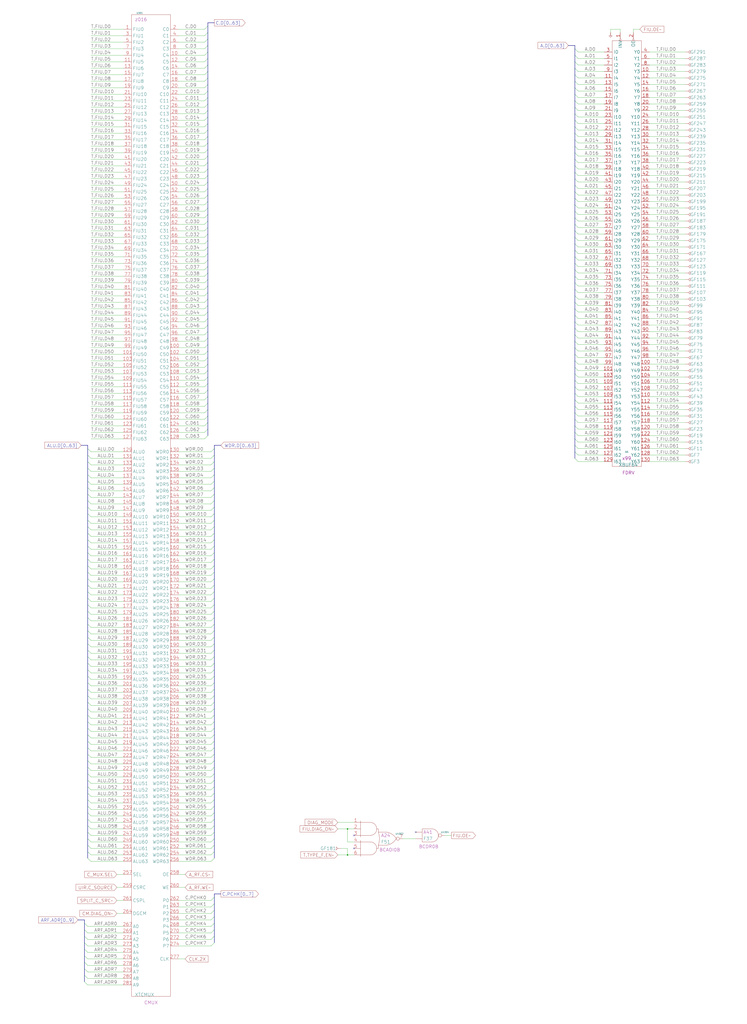
<source format=kicad_sch>
(kicad_sch (version 20250114) (generator "eeschema") (generator_version "9.0")
  (paper "User" 584.2 800.1)
  (title_block (title "C SOURCE MUX") (date "15-MAR-90") (rev "1.0") (comment 1 "TYPE") (comment 2 "232-003062") (comment 3 "S400") (comment 4 "RELEASED"))
  (junction (at 271.78 668.02))
  (junction (at 271.78 647.7))
  (no_connect (at 276.86 652.78))
  (no_connect (at 276.86 662.94))
  (no_connect (at 325.12 650.24))
  (bus_entry (at 449.58 190.5) (size 2.54 2.54))
  (bus_entry (at 68.58 670.56) (size 2.54 2.54))
  (bus_entry (at 162.56 259.08) (size -2.54 2.54))
  (bus_entry (at 68.58 594.36) (size 2.54 2.54))
  (bus_entry (at 68.58 467.36) (size 2.54 2.54))
  (bus_entry (at 449.58 205.74) (size 2.54 2.54))
  (bus_entry (at 167.64 716.28) (size -2.54 2.54))
  (bus_entry (at 167.64 665.48) (size -2.54 2.54))
  (bus_entry (at 162.56 152.4) (size -2.54 2.54))
  (bus_entry (at 449.58 200.66) (size 2.54 2.54))
  (bus_entry (at 449.58 129.54) (size 2.54 2.54))
  (bus_entry (at 167.64 431.8) (size -2.54 2.54))
  (bus_entry (at 66.04 762) (size 2.54 2.54))
  (bus_entry (at 68.58 492.76) (size 2.54 2.54))
  (bus_entry (at 449.58 68.58) (size 2.54 2.54))
  (bus_entry (at 449.58 312.42) (size 2.54 2.54))
  (bus_entry (at 66.04 741.68) (size 2.54 2.54))
  (bus_entry (at 68.58 416.56) (size 2.54 2.54))
  (bus_entry (at 449.58 73.66) (size 2.54 2.54))
  (bus_entry (at 162.56 91.44) (size -2.54 2.54))
  (bus_entry (at 68.58 619.76) (size 2.54 2.54))
  (bus_entry (at 449.58 241.3) (size 2.54 2.54))
  (bus_entry (at 162.56 142.24) (size -2.54 2.54))
  (bus_entry (at 167.64 609.6) (size -2.54 2.54))
  (bus_entry (at 449.58 271.78) (size 2.54 2.54))
  (bus_entry (at 68.58 421.64) (size 2.54 2.54))
  (bus_entry (at 449.58 281.94) (size 2.54 2.54))
  (bus_entry (at 167.64 416.56) (size -2.54 2.54))
  (bus_entry (at 167.64 477.52) (size -2.54 2.54))
  (bus_entry (at 68.58 497.84) (size 2.54 2.54))
  (bus_entry (at 167.64 558.8) (size -2.54 2.54))
  (bus_entry (at 162.56 243.84) (size -2.54 2.54))
  (bus_entry (at 162.56 289.56) (size -2.54 2.54))
  (bus_entry (at 68.58 482.6) (size 2.54 2.54))
  (bus_entry (at 167.64 574.04) (size -2.54 2.54))
  (bus_entry (at 449.58 327.66) (size 2.54 2.54))
  (bus_entry (at 167.64 640.08) (size -2.54 2.54))
  (bus_entry (at 162.56 60.96) (size -2.54 2.54))
  (bus_entry (at 167.64 452.12) (size -2.54 2.54))
  (bus_entry (at 167.64 472.44) (size -2.54 2.54))
  (bus_entry (at 162.56 111.76) (size -2.54 2.54))
  (bus_entry (at 167.64 645.16) (size -2.54 2.54))
  (bus_entry (at 167.64 492.76) (size -2.54 2.54))
  (bus_entry (at 68.58 452.12) (size 2.54 2.54))
  (bus_entry (at 68.58 518.16) (size 2.54 2.54))
  (bus_entry (at 68.58 370.84) (size 2.54 2.54))
  (bus_entry (at 162.56 40.64) (size -2.54 2.54))
  (bus_entry (at 68.58 381) (size 2.54 2.54))
  (bus_entry (at 167.64 462.28) (size -2.54 2.54))
  (bus_entry (at 449.58 48.26) (size 2.54 2.54))
  (bus_entry (at 167.64 502.92) (size -2.54 2.54))
  (bus_entry (at 66.04 731.52) (size 2.54 2.54))
  (bus_entry (at 167.64 441.96) (size -2.54 2.54))
  (bus_entry (at 162.56 203.2) (size -2.54 2.54))
  (bus_entry (at 449.58 160.02) (size 2.54 2.54))
  (bus_entry (at 167.64 482.6) (size -2.54 2.54))
  (bus_entry (at 162.56 137.16) (size -2.54 2.54))
  (bus_entry (at 167.64 548.64) (size -2.54 2.54))
  (bus_entry (at 68.58 645.16) (size 2.54 2.54))
  (bus_entry (at 167.64 375.92) (size -2.54 2.54))
  (bus_entry (at 68.58 462.28) (size 2.54 2.54))
  (bus_entry (at 162.56 248.92) (size -2.54 2.54))
  (bus_entry (at 167.64 350.52) (size -2.54 2.54))
  (bus_entry (at 162.56 193.04) (size -2.54 2.54))
  (bus_entry (at 449.58 58.42) (size 2.54 2.54))
  (bus_entry (at 167.64 650.24) (size -2.54 2.54))
  (bus_entry (at 167.64 365.76) (size -2.54 2.54))
  (bus_entry (at 167.64 604.52) (size -2.54 2.54))
  (bus_entry (at 449.58 195.58) (size 2.54 2.54))
  (bus_entry (at 68.58 574.04) (size 2.54 2.54))
  (bus_entry (at 68.58 426.72) (size 2.54 2.54))
  (bus_entry (at 66.04 736.6) (size 2.54 2.54))
  (bus_entry (at 449.58 88.9) (size 2.54 2.54))
  (bus_entry (at 449.58 215.9) (size 2.54 2.54))
  (bus_entry (at 167.64 553.72) (size -2.54 2.54))
  (bus_entry (at 167.64 660.4) (size -2.54 2.54))
  (bus_entry (at 167.64 726.44) (size -2.54 2.54))
  (bus_entry (at 449.58 220.98) (size 2.54 2.54))
  (bus_entry (at 66.04 746.76) (size 2.54 2.54))
  (bus_entry (at 162.56 284.48) (size -2.54 2.54))
  (bus_entry (at 167.64 467.36) (size -2.54 2.54))
  (bus_entry (at 68.58 660.4) (size 2.54 2.54))
  (bus_entry (at 162.56 213.36) (size -2.54 2.54))
  (bus_entry (at 162.56 264.16) (size -2.54 2.54))
  (bus_entry (at 167.64 563.88) (size -2.54 2.54))
  (bus_entry (at 449.58 93.98) (size 2.54 2.54))
  (bus_entry (at 162.56 132.08) (size -2.54 2.54))
  (bus_entry (at 167.64 523.24) (size -2.54 2.54))
  (bus_entry (at 162.56 45.72) (size -2.54 2.54))
  (bus_entry (at 167.64 706.12) (size -2.54 2.54))
  (bus_entry (at 167.64 406.4) (size -2.54 2.54))
  (bus_entry (at 162.56 106.68) (size -2.54 2.54))
  (bus_entry (at 68.58 599.44) (size 2.54 2.54))
  (bus_entry (at 167.64 518.16) (size -2.54 2.54))
  (bus_entry (at 167.64 355.6) (size -2.54 2.54))
  (bus_entry (at 449.58 119.38) (size 2.54 2.54))
  (bus_entry (at 162.56 182.88) (size -2.54 2.54))
  (bus_entry (at 167.64 533.4) (size -2.54 2.54))
  (bus_entry (at 449.58 246.38) (size 2.54 2.54))
  (bus_entry (at 167.64 447.04) (size -2.54 2.54))
  (bus_entry (at 162.56 127) (size -2.54 2.54))
  (bus_entry (at 449.58 292.1) (size 2.54 2.54))
  (bus_entry (at 449.58 236.22) (size 2.54 2.54))
  (bus_entry (at 167.64 386.08) (size -2.54 2.54))
  (bus_entry (at 162.56 294.64) (size -2.54 2.54))
  (bus_entry (at 449.58 322.58) (size 2.54 2.54))
  (bus_entry (at 449.58 266.7) (size 2.54 2.54))
  (bus_entry (at 162.56 233.68) (size -2.54 2.54))
  (bus_entry (at 167.64 508) (size -2.54 2.54))
  (bus_entry (at 162.56 55.88) (size -2.54 2.54))
  (bus_entry (at 167.64 497.84) (size -2.54 2.54))
  (bus_entry (at 167.64 731.52) (size -2.54 2.54))
  (bus_entry (at 162.56 223.52) (size -2.54 2.54))
  (bus_entry (at 68.58 508) (size 2.54 2.54))
  (bus_entry (at 167.64 736.6) (size -2.54 2.54))
  (bus_entry (at 449.58 99.06) (size 2.54 2.54))
  (bus_entry (at 162.56 101.6) (size -2.54 2.54))
  (bus_entry (at 449.58 276.86) (size 2.54 2.54))
  (bus_entry (at 167.64 411.48) (size -2.54 2.54))
  (bus_entry (at 449.58 358.14) (size 2.54 2.54))
  (bus_entry (at 162.56 96.52) (size -2.54 2.54))
  (bus_entry (at 68.58 477.52) (size 2.54 2.54))
  (bus_entry (at 162.56 147.32) (size -2.54 2.54))
  (bus_entry (at 167.64 360.68) (size -2.54 2.54))
  (bus_entry (at 449.58 261.62) (size 2.54 2.54))
  (bus_entry (at 449.58 210.82) (size 2.54 2.54))
  (bus_entry (at 68.58 533.4) (size 2.54 2.54))
  (bus_entry (at 167.64 579.12) (size -2.54 2.54))
  (bus_entry (at 68.58 375.92) (size 2.54 2.54))
  (bus_entry (at 162.56 81.28) (size -2.54 2.54))
  (bus_entry (at 68.58 457.2) (size 2.54 2.54))
  (bus_entry (at 162.56 325.12) (size -2.54 2.54))
  (bus_entry (at 449.58 104.14) (size 2.54 2.54))
  (bus_entry (at 167.64 421.64) (size -2.54 2.54))
  (bus_entry (at 162.56 172.72) (size -2.54 2.54))
  (bus_entry (at 68.58 355.6) (size 2.54 2.54))
  (bus_entry (at 449.58 38.1) (size 2.54 2.54))
  (bus_entry (at 162.56 330.2) (size -2.54 2.54))
  (bus_entry (at 449.58 114.3) (size 2.54 2.54))
  (bus_entry (at 66.04 751.84) (size 2.54 2.54))
  (bus_entry (at 162.56 30.48) (size -2.54 2.54))
  (bus_entry (at 449.58 83.82) (size 2.54 2.54))
  (bus_entry (at 449.58 347.98) (size 2.54 2.54))
  (bus_entry (at 449.58 332.74) (size 2.54 2.54))
  (bus_entry (at 68.58 548.64) (size 2.54 2.54))
  (bus_entry (at 68.58 406.4) (size 2.54 2.54))
  (bus_entry (at 66.04 767.08) (size 2.54 2.54))
  (bus_entry (at 167.64 584.2) (size -2.54 2.54))
  (bus_entry (at 68.58 614.68) (size 2.54 2.54))
  (bus_entry (at 167.64 711.2) (size -2.54 2.54))
  (bus_entry (at 162.56 50.8) (size -2.54 2.54))
  (bus_entry (at 68.58 523.24) (size 2.54 2.54))
  (bus_entry (at 167.64 513.08) (size -2.54 2.54))
  (bus_entry (at 68.58 513.08) (size 2.54 2.54))
  (bus_entry (at 162.56 71.12) (size -2.54 2.54))
  (bus_entry (at 68.58 386.08) (size 2.54 2.54))
  (bus_entry (at 449.58 251.46) (size 2.54 2.54))
  (bus_entry (at 162.56 314.96) (size -2.54 2.54))
  (bus_entry (at 167.64 568.96) (size -2.54 2.54))
  (bus_entry (at 162.56 228.6) (size -2.54 2.54))
  (bus_entry (at 68.58 396.24) (size 2.54 2.54))
  (bus_entry (at 68.58 538.48) (size 2.54 2.54))
  (bus_entry (at 167.64 614.68) (size -2.54 2.54))
  (bus_entry (at 68.58 584.2) (size 2.54 2.54))
  (bus_entry (at 167.64 370.84) (size -2.54 2.54))
  (bus_entry (at 68.58 635) (size 2.54 2.54))
  (bus_entry (at 162.56 66.04) (size -2.54 2.54))
  (bus_entry (at 68.58 563.88) (size 2.54 2.54))
  (bus_entry (at 449.58 78.74) (size 2.54 2.54))
  (bus_entry (at 162.56 208.28) (size -2.54 2.54))
  (bus_entry (at 449.58 109.22) (size 2.54 2.54))
  (bus_entry (at 167.64 426.72) (size -2.54 2.54))
  (bus_entry (at 162.56 187.96) (size -2.54 2.54))
  (bus_entry (at 68.58 640.08) (size 2.54 2.54))
  (bus_entry (at 66.04 721.36) (size 2.54 2.54))
  (bus_entry (at 449.58 287.02) (size 2.54 2.54))
  (bus_entry (at 449.58 63.5) (size 2.54 2.54))
  (bus_entry (at 449.58 353.06) (size 2.54 2.54))
  (bus_entry (at 449.58 317.5) (size 2.54 2.54))
  (bus_entry (at 68.58 624.84) (size 2.54 2.54))
  (bus_entry (at 68.58 441.96) (size 2.54 2.54))
  (bus_entry (at 68.58 609.6) (size 2.54 2.54))
  (bus_entry (at 162.56 157.48) (size -2.54 2.54))
  (bus_entry (at 167.64 619.76) (size -2.54 2.54))
  (bus_entry (at 167.64 589.28) (size -2.54 2.54))
  (bus_entry (at 167.64 635) (size -2.54 2.54))
  (bus_entry (at 449.58 180.34) (size 2.54 2.54))
  (bus_entry (at 68.58 411.48) (size 2.54 2.54))
  (bus_entry (at 167.64 401.32) (size -2.54 2.54))
  (bus_entry (at 449.58 342.9) (size 2.54 2.54))
  (bus_entry (at 167.64 670.56) (size -2.54 2.54))
  (bus_entry (at 449.58 256.54) (size 2.54 2.54))
  (bus_entry (at 449.58 124.46) (size 2.54 2.54))
  (bus_entry (at 449.58 149.86) (size 2.54 2.54))
  (bus_entry (at 68.58 391.16) (size 2.54 2.54))
  (bus_entry (at 162.56 162.56) (size -2.54 2.54))
  (bus_entry (at 167.64 436.88) (size -2.54 2.54))
  (bus_entry (at 162.56 309.88) (size -2.54 2.54))
  (bus_entry (at 68.58 543.56) (size 2.54 2.54))
  (bus_entry (at 162.56 198.12) (size -2.54 2.54))
  (bus_entry (at 449.58 226.06) (size 2.54 2.54))
  (bus_entry (at 162.56 335.28) (size -2.54 2.54))
  (bus_entry (at 68.58 350.52) (size 2.54 2.54))
  (bus_entry (at 68.58 665.48) (size 2.54 2.54))
  (bus_entry (at 68.58 365.76) (size 2.54 2.54))
  (bus_entry (at 167.64 457.2) (size -2.54 2.54))
  (bus_entry (at 68.58 447.04) (size 2.54 2.54))
  (bus_entry (at 68.58 487.68) (size 2.54 2.54))
  (bus_entry (at 449.58 185.42) (size 2.54 2.54))
  (bus_entry (at 449.58 170.18) (size 2.54 2.54))
  (bus_entry (at 449.58 154.94) (size 2.54 2.54))
  (bus_entry (at 449.58 337.82) (size 2.54 2.54))
  (bus_entry (at 68.58 553.72) (size 2.54 2.54))
  (bus_entry (at 162.56 340.36) (size -2.54 2.54))
  (bus_entry (at 167.64 543.56) (size -2.54 2.54))
  (bus_entry (at 167.64 701.04) (size -2.54 2.54))
  (bus_entry (at 162.56 76.2) (size -2.54 2.54))
  (bus_entry (at 449.58 139.7) (size 2.54 2.54))
  (bus_entry (at 68.58 436.88) (size 2.54 2.54))
  (bus_entry (at 162.56 238.76) (size -2.54 2.54))
  (bus_entry (at 167.64 381) (size -2.54 2.54))
  (bus_entry (at 162.56 218.44) (size -2.54 2.54))
  (bus_entry (at 449.58 302.26) (size 2.54 2.54))
  (bus_entry (at 68.58 472.44) (size 2.54 2.54))
  (bus_entry (at 162.56 254) (size -2.54 2.54))
  (bus_entry (at 68.58 528.32) (size 2.54 2.54))
  (bus_entry (at 68.58 568.96) (size 2.54 2.54))
  (bus_entry (at 162.56 279.4) (size -2.54 2.54))
  (bus_entry (at 167.64 391.16) (size -2.54 2.54))
  (bus_entry (at 162.56 167.64) (size -2.54 2.54))
  (bus_entry (at 66.04 756.92) (size 2.54 2.54))
  (bus_entry (at 167.64 396.24) (size -2.54 2.54))
  (bus_entry (at 68.58 629.92) (size 2.54 2.54))
  (bus_entry (at 167.64 594.36) (size -2.54 2.54))
  (bus_entry (at 167.64 528.32) (size -2.54 2.54))
  (bus_entry (at 68.58 579.12) (size 2.54 2.54))
  (bus_entry (at 162.56 20.32) (size -2.54 2.54))
  (bus_entry (at 162.56 121.92) (size -2.54 2.54))
  (bus_entry (at 167.64 599.44) (size -2.54 2.54))
  (bus_entry (at 162.56 304.8) (size -2.54 2.54))
  (bus_entry (at 449.58 297.18) (size 2.54 2.54))
  (bus_entry (at 162.56 86.36) (size -2.54 2.54))
  (bus_entry (at 162.56 35.56) (size -2.54 2.54))
  (bus_entry (at 68.58 650.24) (size 2.54 2.54))
  (bus_entry (at 167.64 487.68) (size -2.54 2.54))
  (bus_entry (at 449.58 134.62) (size 2.54 2.54))
  (bus_entry (at 162.56 274.32) (size -2.54 2.54))
  (bus_entry (at 68.58 655.32) (size 2.54 2.54))
  (bus_entry (at 68.58 401.32) (size 2.54 2.54))
  (bus_entry (at 449.58 175.26) (size 2.54 2.54))
  (bus_entry (at 449.58 165.1) (size 2.54 2.54))
  (bus_entry (at 162.56 320.04) (size -2.54 2.54))
  (bus_entry (at 449.58 53.34) (size 2.54 2.54))
  (bus_entry (at 167.64 629.92) (size -2.54 2.54))
  (bus_entry (at 68.58 604.52) (size 2.54 2.54))
  (bus_entry (at 167.64 721.36) (size -2.54 2.54))
  (bus_entry (at 66.04 726.44) (size 2.54 2.54))
  (bus_entry (at 449.58 231.14) (size 2.54 2.54))
  (bus_entry (at 162.56 299.72) (size -2.54 2.54))
  (bus_entry (at 68.58 589.28) (size 2.54 2.54))
  (bus_entry (at 68.58 558.8) (size 2.54 2.54))
  (bus_entry (at 162.56 177.8) (size -2.54 2.54))
  (bus_entry (at 449.58 43.18) (size 2.54 2.54))
  (bus_entry (at 68.58 431.8) (size 2.54 2.54))
  (bus_entry (at 167.64 538.48) (size -2.54 2.54))
  (bus_entry (at 449.58 144.78) (size 2.54 2.54))
  (bus_entry (at 167.64 655.32) (size -2.54 2.54))
  (bus_entry (at 68.58 360.68) (size 2.54 2.54))
  (bus_entry (at 162.56 269.24) (size -2.54 2.54))
  (bus_entry (at 167.64 624.84) (size -2.54 2.54))
  (bus_entry (at 68.58 502.92) (size 2.54 2.54))
  (bus_entry (at 162.56 25.4) (size -2.54 2.54))
  (bus_entry (at 162.56 116.84) (size -2.54 2.54))
  (bus_entry (at 449.58 307.34) (size 2.54 2.54))
  (wire (pts (xy 165.1 363.22) (xy 139.7 363.22)))
  (wire (pts (xy 71.12 266.7) (xy 96.52 266.7)))
  (bus (pts (xy 162.56 233.68) (xy 162.56 238.76)))
  (bus (pts (xy 449.58 170.18) (xy 449.58 175.26)))
  (wire (pts (xy 71.12 246.38) (xy 96.52 246.38)))
  (bus (pts (xy 68.58 375.92) (xy 68.58 381)))
  (bus (pts (xy 449.58 53.34) (xy 449.58 58.42)))
  (bus (pts (xy 68.58 467.36) (xy 68.58 472.44)))
  (bus (pts (xy 449.58 332.74) (xy 449.58 337.82)))
  (wire (pts (xy 472.44 254) (xy 452.12 254)))
  (bus (pts (xy 449.58 226.06) (xy 449.58 231.14)))
  (bus (pts (xy 68.58 609.6) (xy 68.58 614.68)))
  (wire (pts (xy 535.94 137.16) (xy 508 137.16)))
  (wire (pts (xy 500.38 22.86) (xy 495.3 22.86)))
  (bus (pts (xy 162.56 157.48) (xy 162.56 162.56)))
  (bus (pts (xy 162.56 289.56) (xy 162.56 294.64)))
  (wire (pts (xy 71.12 617.22) (xy 96.52 617.22)))
  (bus (pts (xy 449.58 160.02) (xy 449.58 165.1)))
  (bus (pts (xy 162.56 198.12) (xy 162.56 203.2)))
  (bus (pts (xy 68.58 563.88) (xy 68.58 568.96)))
  (wire (pts (xy 165.1 439.42) (xy 139.7 439.42)))
  (wire (pts (xy 71.12 124.46) (xy 96.52 124.46)))
  (wire (pts (xy 91.44 703.58) (xy 96.52 703.58)))
  (bus (pts (xy 162.56 254) (xy 162.56 259.08)))
  (bus (pts (xy 68.58 487.68) (xy 68.58 492.76)))
  (bus (pts (xy 68.58 513.08) (xy 68.58 518.16)))
  (bus (pts (xy 167.64 563.88) (xy 167.64 568.96)))
  (bus (pts (xy 449.58 88.9) (xy 449.58 93.98)))
  (wire (pts (xy 139.7 261.62) (xy 160.02 261.62)))
  (wire (pts (xy 139.7 33.02) (xy 160.02 33.02)))
  (wire (pts (xy 165.1 510.54) (xy 139.7 510.54)))
  (bus (pts (xy 68.58 497.84) (xy 68.58 502.92)))
  (bus (pts (xy 449.58 104.14) (xy 449.58 109.22)))
  (bus (pts (xy 167.64 406.4) (xy 167.64 411.48)))
  (wire (pts (xy 139.7 139.7) (xy 160.02 139.7)))
  (wire (pts (xy 71.12 170.18) (xy 96.52 170.18)))
  (wire (pts (xy 165.1 388.62) (xy 139.7 388.62)))
  (wire (pts (xy 472.44 127) (xy 452.12 127)))
  (bus (pts (xy 449.58 256.54) (xy 449.58 261.62)))
  (wire (pts (xy 71.12 383.54) (xy 96.52 383.54)))
  (bus (pts (xy 60.96 718.82) (xy 66.04 718.82)))
  (bus (pts (xy 68.58 508) (xy 68.58 513.08)))
  (bus (pts (xy 162.56 294.64) (xy 162.56 299.72)))
  (wire (pts (xy 264.16 642.62) (xy 276.86 642.62)))
  (bus (pts (xy 68.58 462.28) (xy 68.58 467.36)))
  (wire (pts (xy 472.44 294.64) (xy 452.12 294.64)))
  (bus (pts (xy 68.58 650.24) (xy 68.58 655.32)))
  (bus (pts (xy 167.64 548.64) (xy 167.64 553.72)))
  (wire (pts (xy 535.94 71.12) (xy 508 71.12)))
  (bus (pts (xy 68.58 599.44) (xy 68.58 604.52)))
  (wire (pts (xy 139.7 83.82) (xy 160.02 83.82)))
  (bus (pts (xy 167.64 655.32) (xy 167.64 660.4)))
  (wire (pts (xy 71.12 668.02) (xy 96.52 668.02)))
  (wire (pts (xy 71.12 520.7) (xy 96.52 520.7)))
  (bus (pts (xy 66.04 718.82) (xy 66.04 721.36)))
  (wire (pts (xy 472.44 116.84) (xy 452.12 116.84)))
  (wire (pts (xy 472.44 345.44) (xy 452.12 345.44)))
  (bus (pts (xy 68.58 523.24) (xy 68.58 528.32)))
  (bus (pts (xy 167.64 589.28) (xy 167.64 594.36)))
  (bus (pts (xy 162.56 187.96) (xy 162.56 193.04)))
  (wire (pts (xy 71.12 185.42) (xy 96.52 185.42)))
  (wire (pts (xy 71.12 566.42) (xy 96.52 566.42)))
  (wire (pts (xy 71.12 393.7) (xy 96.52 393.7)))
  (bus (pts (xy 449.58 99.06) (xy 449.58 104.14)))
  (wire (pts (xy 139.7 180.34) (xy 160.02 180.34)))
  (wire (pts (xy 139.7 317.5) (xy 160.02 317.5)))
  (wire (pts (xy 271.78 662.94) (xy 271.78 668.02)))
  (wire (pts (xy 139.7 185.42) (xy 160.02 185.42)))
  (bus (pts (xy 167.64 452.12) (xy 167.64 457.2)))
  (bus (pts (xy 68.58 568.96) (xy 68.58 574.04)))
  (wire (pts (xy 71.12 652.78) (xy 96.52 652.78)))
  (bus (pts (xy 167.64 635) (xy 167.64 640.08)))
  (wire (pts (xy 139.7 231.14) (xy 160.02 231.14)))
  (bus (pts (xy 162.56 213.36) (xy 162.56 218.44)))
  (bus (pts (xy 449.58 302.26) (xy 449.58 307.34)))
  (wire (pts (xy 165.1 424.18) (xy 139.7 424.18)))
  (wire (pts (xy 472.44 314.96) (xy 452.12 314.96)))
  (wire (pts (xy 91.44 713.74) (xy 96.52 713.74)))
  (bus (pts (xy 167.64 381) (xy 167.64 386.08)))
  (bus (pts (xy 449.58 322.58) (xy 449.58 327.66)))
  (bus (pts (xy 449.58 246.38) (xy 449.58 251.46)))
  (bus (pts (xy 162.56 330.2) (xy 162.56 335.28)))
  (wire (pts (xy 271.78 668.02) (xy 276.86 668.02)))
  (bus (pts (xy 449.58 190.5) (xy 449.58 195.58)))
  (wire (pts (xy 71.12 429.26) (xy 96.52 429.26)))
  (wire (pts (xy 472.44 121.92) (xy 452.12 121.92)))
  (bus (pts (xy 162.56 325.12) (xy 162.56 330.2)))
  (bus (pts (xy 449.58 114.3) (xy 449.58 119.38)))
  (wire (pts (xy 71.12 302.26) (xy 96.52 302.26)))
  (wire (pts (xy 165.1 373.38) (xy 139.7 373.38)))
  (bus (pts (xy 167.64 370.84) (xy 167.64 375.92)))
  (wire (pts (xy 477.52 25.4) (xy 477.52 22.86)))
  (wire (pts (xy 71.12 287.02) (xy 96.52 287.02)))
  (bus (pts (xy 162.56 172.72) (xy 162.56 177.8)))
  (wire (pts (xy 71.12 403.86) (xy 96.52 403.86)))
  (wire (pts (xy 71.12 612.14) (xy 96.52 612.14)))
  (wire (pts (xy 68.58 754.38) (xy 96.52 754.38)))
  (wire (pts (xy 165.1 368.3) (xy 139.7 368.3)))
  (wire (pts (xy 165.1 734.06) (xy 139.7 734.06)))
  (bus (pts (xy 167.64 513.08) (xy 167.64 518.16)))
  (wire (pts (xy 139.7 342.9) (xy 160.02 342.9)))
  (bus (pts (xy 449.58 353.06) (xy 449.58 358.14)))
  (wire (pts (xy 535.94 76.2) (xy 508 76.2)))
  (bus (pts (xy 162.56 238.76) (xy 162.56 243.84)))
  (wire (pts (xy 71.12 505.46) (xy 96.52 505.46)))
  (bus (pts (xy 167.64 497.84) (xy 167.64 502.92)))
  (wire (pts (xy 71.12 22.86) (xy 96.52 22.86)))
  (wire (pts (xy 71.12 195.58) (xy 96.52 195.58)))
  (bus (pts (xy 449.58 292.1) (xy 449.58 297.18)))
  (wire (pts (xy 139.7 307.34) (xy 160.02 307.34)))
  (wire (pts (xy 71.12 271.78) (xy 96.52 271.78)))
  (wire (pts (xy 165.1 454.66) (xy 139.7 454.66)))
  (wire (pts (xy 71.12 398.78) (xy 96.52 398.78)))
  (wire (pts (xy 472.44 193.04) (xy 452.12 193.04)))
  (wire (pts (xy 139.7 129.54) (xy 160.02 129.54)))
  (wire (pts (xy 139.7 246.38) (xy 160.02 246.38)))
  (wire (pts (xy 71.12 332.74) (xy 96.52 332.74)))
  (wire (pts (xy 535.94 248.92) (xy 508 248.92)))
  (bus (pts (xy 68.58 589.28) (xy 68.58 594.36)))
  (wire (pts (xy 165.1 657.86) (xy 139.7 657.86)))
  (wire (pts (xy 165.1 541.02) (xy 139.7 541.02)))
  (wire (pts (xy 535.94 106.68) (xy 508 106.68)))
  (bus (pts (xy 68.58 548.64) (xy 68.58 553.72)))
  (wire (pts (xy 71.12 226.06) (xy 96.52 226.06)))
  (bus (pts (xy 68.58 492.76) (xy 68.58 497.84)))
  (bus (pts (xy 167.64 533.4) (xy 167.64 538.48)))
  (bus (pts (xy 68.58 347.98) (xy 68.58 350.52)))
  (wire (pts (xy 139.7 154.94) (xy 160.02 154.94)))
  (wire (pts (xy 91.44 683.26) (xy 96.52 683.26)))
  (wire (pts (xy 139.7 327.66) (xy 160.02 327.66)))
  (wire (pts (xy 165.1 535.94) (xy 139.7 535.94)))
  (wire (pts (xy 535.94 45.72) (xy 508 45.72)))
  (wire (pts (xy 535.94 223.52) (xy 508 223.52)))
  (bus (pts (xy 68.58 502.92) (xy 68.58 508)))
  (bus (pts (xy 66.04 751.84) (xy 66.04 756.92)))
  (bus (pts (xy 162.56 152.4) (xy 162.56 157.48)))
  (wire (pts (xy 139.7 322.58) (xy 160.02 322.58)))
  (bus (pts (xy 449.58 312.42) (xy 449.58 317.5)))
  (bus (pts (xy 68.58 533.4) (xy 68.58 538.48)))
  (wire (pts (xy 139.7 165.1) (xy 160.02 165.1)))
  (wire (pts (xy 71.12 439.42) (xy 96.52 439.42)))
  (bus (pts (xy 167.64 721.36) (xy 167.64 716.28)))
  (bus (pts (xy 162.56 314.96) (xy 162.56 320.04)))
  (wire (pts (xy 535.94 55.88) (xy 508 55.88)))
  (bus (pts (xy 68.58 441.96) (xy 68.58 447.04)))
  (bus (pts (xy 449.58 129.54) (xy 449.58 134.62)))
  (bus (pts (xy 162.56 320.04) (xy 162.56 325.12)))
  (wire (pts (xy 472.44 91.44) (xy 452.12 91.44)))
  (wire (pts (xy 71.12 160.02) (xy 96.52 160.02)))
  (wire (pts (xy 165.1 632.46) (xy 139.7 632.46)))
  (wire (pts (xy 139.7 205.74) (xy 160.02 205.74)))
  (wire (pts (xy 472.44 218.44) (xy 452.12 218.44)))
  (wire (pts (xy 139.7 241.3) (xy 160.02 241.3)))
  (wire (pts (xy 71.12 530.86) (xy 96.52 530.86)))
  (wire (pts (xy 71.12 358.14) (xy 96.52 358.14)))
  (wire (pts (xy 535.94 325.12) (xy 508 325.12)))
  (wire (pts (xy 165.1 622.3) (xy 139.7 622.3)))
  (wire (pts (xy 71.12 312.42) (xy 96.52 312.42)))
  (wire (pts (xy 71.12 474.98) (xy 96.52 474.98)))
  (wire (pts (xy 472.44 198.12) (xy 452.12 198.12)))
  (bus (pts (xy 449.58 144.78) (xy 449.58 149.86)))
  (wire (pts (xy 535.94 309.88) (xy 508 309.88)))
  (wire (pts (xy 71.12 627.38) (xy 96.52 627.38)))
  (wire (pts (xy 139.7 287.02) (xy 160.02 287.02)))
  (wire (pts (xy 472.44 111.76) (xy 452.12 111.76)))
  (wire (pts (xy 71.12 388.62) (xy 96.52 388.62)))
  (wire (pts (xy 139.7 337.82) (xy 160.02 337.82)))
  (wire (pts (xy 477.52 22.86) (xy 485.14 22.86)))
  (bus (pts (xy 68.58 431.8) (xy 68.58 436.88)))
  (wire (pts (xy 68.58 769.62) (xy 96.52 769.62)))
  (bus (pts (xy 162.56 111.76) (xy 162.56 116.84)))
  (wire (pts (xy 472.44 66.04) (xy 452.12 66.04)))
  (wire (pts (xy 535.94 345.44) (xy 508 345.44)))
  (bus (pts (xy 68.58 360.68) (xy 68.58 365.76)))
  (bus (pts (xy 68.58 477.52) (xy 68.58 482.6)))
  (bus (pts (xy 167.64 706.12) (xy 167.64 701.04)))
  (wire (pts (xy 535.94 162.56) (xy 508 162.56)))
  (bus (pts (xy 449.58 38.1) (xy 449.58 43.18)))
  (wire (pts (xy 535.94 243.84) (xy 508 243.84)))
  (bus (pts (xy 449.58 185.42) (xy 449.58 190.5)))
  (wire (pts (xy 472.44 71.12) (xy 452.12 71.12)))
  (wire (pts (xy 139.7 302.26) (xy 160.02 302.26)))
  (wire (pts (xy 71.12 637.54) (xy 96.52 637.54)))
  (wire (pts (xy 139.7 160.02) (xy 160.02 160.02)))
  (bus (pts (xy 449.58 109.22) (xy 449.58 114.3)))
  (wire (pts (xy 71.12 119.38) (xy 96.52 119.38)))
  (bus (pts (xy 68.58 401.32) (xy 68.58 406.4)))
  (wire (pts (xy 535.94 304.8) (xy 508 304.8)))
  (bus (pts (xy 167.64 391.16) (xy 167.64 396.24)))
  (wire (pts (xy 165.1 480.06) (xy 139.7 480.06)))
  (bus (pts (xy 68.58 645.16) (xy 68.58 650.24)))
  (wire (pts (xy 472.44 335.28) (xy 452.12 335.28)))
  (wire (pts (xy 472.44 101.6) (xy 452.12 101.6)))
  (wire (pts (xy 472.44 50.8) (xy 452.12 50.8)))
  (wire (pts (xy 139.7 297.18) (xy 160.02 297.18)))
  (bus (pts (xy 68.58 452.12) (xy 68.58 457.2)))
  (wire (pts (xy 472.44 299.72) (xy 452.12 299.72)))
  (wire (pts (xy 139.7 271.78) (xy 160.02 271.78)))
  (bus (pts (xy 167.64 447.04) (xy 167.64 452.12)))
  (wire (pts (xy 472.44 213.36) (xy 452.12 213.36)))
  (bus (pts (xy 449.58 205.74) (xy 449.58 210.82)))
  (bus (pts (xy 449.58 327.66) (xy 449.58 332.74)))
  (wire (pts (xy 535.94 314.96) (xy 508 314.96)))
  (bus (pts (xy 449.58 271.78) (xy 449.58 276.86)))
  (wire (pts (xy 535.94 187.96) (xy 508 187.96)))
  (wire (pts (xy 165.1 515.62) (xy 139.7 515.62)))
  (wire (pts (xy 472.44 304.8) (xy 452.12 304.8)))
  (wire (pts (xy 165.1 459.74) (xy 139.7 459.74)))
  (wire (pts (xy 165.1 434.34) (xy 139.7 434.34)))
  (wire (pts (xy 165.1 637.54) (xy 139.7 637.54)))
  (wire (pts (xy 165.1 398.78) (xy 139.7 398.78)))
  (bus (pts (xy 449.58 73.66) (xy 449.58 78.74)))
  (wire (pts (xy 165.1 591.82) (xy 139.7 591.82)))
  (bus (pts (xy 167.64 568.96) (xy 167.64 574.04)))
  (wire (pts (xy 165.1 358.14) (xy 139.7 358.14)))
  (bus (pts (xy 449.58 180.34) (xy 449.58 185.42)))
  (wire (pts (xy 472.44 132.08) (xy 452.12 132.08)))
  (bus (pts (xy 167.64 375.92) (xy 167.64 381)))
  (bus (pts (xy 162.56 101.6) (xy 162.56 106.68)))
  (wire (pts (xy 71.12 657.86) (xy 96.52 657.86)))
  (bus (pts (xy 68.58 614.68) (xy 68.58 619.76)))
  (wire (pts (xy 535.94 254) (xy 508 254)))
  (bus (pts (xy 68.58 640.08) (xy 68.58 645.16)))
  (wire (pts (xy 472.44 45.72) (xy 452.12 45.72)))
  (wire (pts (xy 71.12 337.82) (xy 96.52 337.82)))
  (bus (pts (xy 167.64 396.24) (xy 167.64 401.32)))
  (bus (pts (xy 167.64 553.72) (xy 167.64 558.8)))
  (bus (pts (xy 167.64 660.4) (xy 167.64 665.48)))
  (bus (pts (xy 68.58 436.88) (xy 68.58 441.96)))
  (wire (pts (xy 139.7 88.9) (xy 160.02 88.9)))
  (wire (pts (xy 71.12 144.78) (xy 96.52 144.78)))
  (wire (pts (xy 71.12 541.02) (xy 96.52 541.02)))
  (wire (pts (xy 535.94 279.4) (xy 508 279.4)))
  (wire (pts (xy 71.12 414.02) (xy 96.52 414.02)))
  (wire (pts (xy 472.44 228.6) (xy 452.12 228.6)))
  (bus (pts (xy 449.58 83.82) (xy 449.58 88.9)))
  (bus (pts (xy 162.56 91.44) (xy 162.56 96.52)))
  (wire (pts (xy 472.44 60.96) (xy 452.12 60.96)))
  (wire (pts (xy 71.12 586.74) (xy 96.52 586.74)))
  (wire (pts (xy 71.12 48.26) (xy 96.52 48.26)))
  (wire (pts (xy 472.44 167.64) (xy 452.12 167.64)))
  (wire (pts (xy 165.1 612.14) (xy 139.7 612.14)))
  (wire (pts (xy 535.94 335.28) (xy 508 335.28)))
  (wire (pts (xy 535.94 101.6) (xy 508 101.6)))
  (bus (pts (xy 162.56 71.12) (xy 162.56 76.2)))
  (wire (pts (xy 71.12 68.58) (xy 96.52 68.58)))
  (wire (pts (xy 472.44 55.88) (xy 452.12 55.88)))
  (wire (pts (xy 165.1 505.46) (xy 139.7 505.46)))
  (wire (pts (xy 165.1 520.7) (xy 139.7 520.7)))
  (bus (pts (xy 162.56 106.68) (xy 162.56 111.76)))
  (wire (pts (xy 71.12 261.62) (xy 96.52 261.62)))
  (bus (pts (xy 167.64 731.52) (xy 167.64 726.44)))
  (bus (pts (xy 167.64 416.56) (xy 167.64 421.64)))
  (wire (pts (xy 71.12 419.1) (xy 96.52 419.1)))
  (wire (pts (xy 535.94 172.72) (xy 508 172.72)))
  (wire (pts (xy 535.94 213.36) (xy 508 213.36)))
  (wire (pts (xy 472.44 360.68) (xy 452.12 360.68)))
  (wire (pts (xy 276.86 657.86) (xy 271.78 657.86)))
  (wire (pts (xy 472.44 264.16) (xy 452.12 264.16)))
  (bus (pts (xy 167.64 650.24) (xy 167.64 655.32)))
  (wire (pts (xy 139.7 73.66) (xy 160.02 73.66)))
  (wire (pts (xy 71.12 444.5) (xy 96.52 444.5)))
  (wire (pts (xy 71.12 220.98) (xy 96.52 220.98)))
  (wire (pts (xy 71.12 408.94) (xy 96.52 408.94)))
  (wire (pts (xy 472.44 248.92) (xy 452.12 248.92)))
  (wire (pts (xy 71.12 368.3) (xy 96.52 368.3)))
  (wire (pts (xy 139.7 251.46) (xy 160.02 251.46)))
  (wire (pts (xy 71.12 33.02) (xy 96.52 33.02)))
  (wire (pts (xy 165.1 429.26) (xy 139.7 429.26)))
  (wire (pts (xy 535.94 238.76) (xy 508 238.76)))
  (bus (pts (xy 68.58 416.56) (xy 68.58 421.64)))
  (wire (pts (xy 71.12 434.34) (xy 96.52 434.34)))
  (wire (pts (xy 472.44 182.88) (xy 452.12 182.88)))
  (bus (pts (xy 68.58 629.92) (xy 68.58 635)))
  (bus (pts (xy 167.64 365.76) (xy 167.64 370.84)))
  (wire (pts (xy 535.94 218.44) (xy 508 218.44)))
  (wire (pts (xy 165.1 408.94) (xy 139.7 408.94)))
  (wire (pts (xy 71.12 175.26) (xy 96.52 175.26)))
  (wire (pts (xy 139.7 27.94) (xy 160.02 27.94)))
  (bus (pts (xy 444.5 35.56) (xy 449.58 35.56)))
  (wire (pts (xy 165.1 485.14) (xy 139.7 485.14)))
  (wire (pts (xy 472.44 96.52) (xy 452.12 96.52)))
  (wire (pts (xy 71.12 297.18) (xy 96.52 297.18)))
  (bus (pts (xy 167.64 609.6) (xy 167.64 614.68)))
  (wire (pts (xy 165.1 662.94) (xy 139.7 662.94)))
  (wire (pts (xy 472.44 172.72) (xy 452.12 172.72)))
  (wire (pts (xy 165.1 378.46) (xy 139.7 378.46)))
  (wire (pts (xy 472.44 40.64) (xy 452.12 40.64)))
  (wire (pts (xy 472.44 355.6) (xy 452.12 355.6)))
  (wire (pts (xy 472.44 81.28) (xy 452.12 81.28)))
  (wire (pts (xy 68.58 723.9) (xy 96.52 723.9)))
  (wire (pts (xy 71.12 581.66) (xy 96.52 581.66)))
  (bus (pts (xy 66.04 721.36) (xy 66.04 726.44)))
  (bus (pts (xy 449.58 119.38) (xy 449.58 124.46)))
  (bus (pts (xy 68.58 391.16) (xy 68.58 396.24)))
  (bus (pts (xy 449.58 175.26) (xy 449.58 180.34)))
  (wire (pts (xy 165.1 525.78) (xy 139.7 525.78)))
  (wire (pts (xy 71.12 464.82) (xy 96.52 464.82)))
  (wire (pts (xy 71.12 180.34) (xy 96.52 180.34)))
  (bus (pts (xy 449.58 241.3) (xy 449.58 246.38)))
  (wire (pts (xy 535.94 60.96) (xy 508 60.96)))
  (wire (pts (xy 535.94 350.52) (xy 508 350.52)))
  (bus (pts (xy 167.64 645.16) (xy 167.64 650.24)))
  (wire (pts (xy 314.96 655.32) (xy 325.12 655.32)))
  (wire (pts (xy 472.44 325.12) (xy 452.12 325.12)))
  (bus (pts (xy 167.64 411.48) (xy 167.64 416.56)))
  (wire (pts (xy 165.1 642.62) (xy 139.7 642.62)))
  (bus (pts (xy 68.58 604.52) (xy 68.58 609.6)))
  (bus (pts (xy 167.64 436.88) (xy 167.64 441.96)))
  (wire (pts (xy 71.12 58.42) (xy 96.52 58.42)))
  (wire (pts (xy 71.12 601.98) (xy 96.52 601.98)))
  (wire (pts (xy 472.44 274.32) (xy 452.12 274.32)))
  (wire (pts (xy 165.1 383.54) (xy 139.7 383.54)))
  (bus (pts (xy 162.56 116.84) (xy 162.56 121.92)))
  (wire (pts (xy 535.94 142.24) (xy 508 142.24)))
  (bus (pts (xy 162.56 284.48) (xy 162.56 289.56)))
  (bus (pts (xy 449.58 220.98) (xy 449.58 226.06)))
  (wire (pts (xy 71.12 205.74) (xy 96.52 205.74)))
  (wire (pts (xy 165.1 419.1) (xy 139.7 419.1)))
  (bus (pts (xy 167.64 355.6) (xy 167.64 360.68)))
  (wire (pts (xy 165.1 703.58) (xy 139.7 703.58)))
  (wire (pts (xy 71.12 78.74) (xy 96.52 78.74)))
  (wire (pts (xy 165.1 353.06) (xy 139.7 353.06)))
  (wire (pts (xy 535.94 228.6) (xy 508 228.6)))
  (wire (pts (xy 71.12 88.9) (xy 96.52 88.9)))
  (wire (pts (xy 139.7 175.26) (xy 160.02 175.26)))
  (bus (pts (xy 68.58 558.8) (xy 68.58 563.88)))
  (bus (pts (xy 167.64 492.76) (xy 167.64 497.84)))
  (wire (pts (xy 71.12 83.82) (xy 96.52 83.82)))
  (wire (pts (xy 139.7 266.7) (xy 160.02 266.7)))
  (wire (pts (xy 71.12 256.54) (xy 96.52 256.54)))
  (wire (pts (xy 71.12 154.94) (xy 96.52 154.94)))
  (wire (pts (xy 139.7 200.66) (xy 160.02 200.66)))
  (wire (pts (xy 71.12 632.46) (xy 96.52 632.46)))
  (wire (pts (xy 71.12 480.06) (xy 96.52 480.06)))
  (wire (pts (xy 165.1 495.3) (xy 139.7 495.3)))
  (bus (pts (xy 167.64 528.32) (xy 167.64 533.4)))
  (wire (pts (xy 71.12 200.66) (xy 96.52 200.66)))
  (wire (pts (xy 71.12 236.22) (xy 96.52 236.22)))
  (wire (pts (xy 71.12 662.94) (xy 96.52 662.94)))
  (wire (pts (xy 71.12 591.82) (xy 96.52 591.82)))
  (bus (pts (xy 68.58 655.32) (xy 68.58 660.4)))
  (wire (pts (xy 535.94 203.2) (xy 508 203.2)))
  (wire (pts (xy 139.7 312.42) (xy 160.02 312.42)))
  (wire (pts (xy 472.44 86.36) (xy 452.12 86.36)))
  (wire (pts (xy 535.94 127) (xy 508 127)))
  (bus (pts (xy 162.56 218.44) (xy 162.56 223.52)))
  (bus (pts (xy 449.58 200.66) (xy 449.58 205.74)))
  (wire (pts (xy 71.12 373.38) (xy 96.52 373.38)))
  (bus (pts (xy 449.58 281.94) (xy 449.58 287.02)))
  (bus (pts (xy 167.64 386.08) (xy 167.64 391.16)))
  (wire (pts (xy 71.12 251.46) (xy 96.52 251.46)))
  (bus (pts (xy 167.64 543.56) (xy 167.64 548.64)))
  (wire (pts (xy 165.1 607.06) (xy 139.7 607.06)))
  (bus (pts (xy 68.58 355.6) (xy 68.58 360.68)))
  (wire (pts (xy 71.12 495.3) (xy 96.52 495.3)))
  (bus (pts (xy 66.04 756.92) (xy 66.04 762)))
  (bus (pts (xy 167.64 716.28) (xy 167.64 711.2)))
  (bus (pts (xy 167.64 711.2) (xy 167.64 706.12)))
  (bus (pts (xy 162.56 20.32) (xy 162.56 25.4)))
  (wire (pts (xy 71.12 449.58) (xy 96.52 449.58)))
  (bus (pts (xy 449.58 261.62) (xy 449.58 266.7)))
  (bus (pts (xy 68.58 518.16) (xy 68.58 523.24)))
  (bus (pts (xy 167.64 629.92) (xy 167.64 635)))
  (bus (pts (xy 68.58 624.84) (xy 68.58 629.92)))
  (wire (pts (xy 165.1 647.7) (xy 139.7 647.7)))
  (bus (pts (xy 449.58 266.7) (xy 449.58 271.78)))
  (wire (pts (xy 71.12 317.5) (xy 96.52 317.5)))
  (bus (pts (xy 167.64 441.96) (xy 167.64 447.04)))
  (wire (pts (xy 472.44 152.4) (xy 452.12 152.4)))
  (wire (pts (xy 535.94 340.36) (xy 508 340.36)))
  (bus (pts (xy 167.64 421.64) (xy 167.64 426.72)))
  (wire (pts (xy 71.12 292.1) (xy 96.52 292.1)))
  (wire (pts (xy 472.44 177.8) (xy 452.12 177.8)))
  (wire (pts (xy 139.7 170.18) (xy 160.02 170.18)))
  (wire (pts (xy 472.44 340.36) (xy 452.12 340.36)))
  (wire (pts (xy 165.1 474.98) (xy 139.7 474.98)))
  (wire (pts (xy 91.44 693.42) (xy 96.52 693.42)))
  (bus (pts (xy 167.64 538.48) (xy 167.64 543.56)))
  (wire (pts (xy 71.12 485.14) (xy 96.52 485.14)))
  (bus (pts (xy 68.58 635) (xy 68.58 640.08)))
  (bus (pts (xy 449.58 139.7) (xy 449.58 144.78)))
  (wire (pts (xy 535.94 91.44) (xy 508 91.44)))
  (bus (pts (xy 167.64 701.04) (xy 167.64 698.5)))
  (wire (pts (xy 68.58 734.06) (xy 96.52 734.06)))
  (wire (pts (xy 165.1 556.26) (xy 139.7 556.26)))
  (bus (pts (xy 449.58 251.46) (xy 449.58 256.54)))
  (wire (pts (xy 472.44 142.24) (xy 452.12 142.24)))
  (wire (pts (xy 71.12 73.66) (xy 96.52 73.66)))
  (bus (pts (xy 162.56 208.28) (xy 162.56 213.36)))
  (bus (pts (xy 167.64 467.36) (xy 167.64 472.44)))
  (bus (pts (xy 162.56 81.28) (xy 162.56 86.36)))
  (wire (pts (xy 472.44 269.24) (xy 452.12 269.24)))
  (bus (pts (xy 449.58 63.5) (xy 449.58 68.58)))
  (wire (pts (xy 71.12 342.9) (xy 96.52 342.9)))
  (wire (pts (xy 71.12 673.1) (xy 96.52 673.1)))
  (wire (pts (xy 535.94 264.16) (xy 508 264.16)))
  (bus (pts (xy 449.58 231.14) (xy 449.58 236.22)))
  (wire (pts (xy 71.12 281.94) (xy 96.52 281.94)))
  (bus (pts (xy 162.56 203.2) (xy 162.56 208.28)))
  (wire (pts (xy 71.12 215.9) (xy 96.52 215.9)))
  (wire (pts (xy 472.44 106.68) (xy 452.12 106.68)))
  (wire (pts (xy 139.7 53.34) (xy 160.02 53.34)))
  (wire (pts (xy 535.94 81.28) (xy 508 81.28)))
  (wire (pts (xy 535.94 177.8) (xy 508 177.8)))
  (bus (pts (xy 167.64 477.52) (xy 167.64 482.6)))
  (wire (pts (xy 472.44 350.52) (xy 452.12 350.52)))
  (bus (pts (xy 68.58 553.72) (xy 68.58 558.8)))
  (wire (pts (xy 139.7 124.46) (xy 160.02 124.46)))
  (wire (pts (xy 165.1 561.34) (xy 139.7 561.34)))
  (bus (pts (xy 449.58 195.58) (xy 449.58 200.66)))
  (wire (pts (xy 472.44 208.28) (xy 452.12 208.28)))
  (wire (pts (xy 71.12 114.3) (xy 96.52 114.3)))
  (bus (pts (xy 167.64 594.36) (xy 167.64 599.44)))
  (wire (pts (xy 139.7 48.26) (xy 160.02 48.26)))
  (wire (pts (xy 165.1 393.7) (xy 139.7 393.7)))
  (wire (pts (xy 139.7 220.98) (xy 160.02 220.98)))
  (wire (pts (xy 71.12 469.9) (xy 96.52 469.9)))
  (bus (pts (xy 167.64 350.52) (xy 167.64 355.6)))
  (bus (pts (xy 449.58 124.46) (xy 449.58 129.54)))
  (bus (pts (xy 449.58 165.1) (xy 449.58 170.18)))
  (wire (pts (xy 165.1 500.38) (xy 139.7 500.38)))
  (bus (pts (xy 449.58 215.9) (xy 449.58 220.98)))
  (bus (pts (xy 162.56 35.56) (xy 162.56 40.64)))
  (bus (pts (xy 68.58 350.52) (xy 68.58 355.6)))
  (wire (pts (xy 165.1 627.38) (xy 139.7 627.38)))
  (bus (pts (xy 167.64 472.44) (xy 167.64 477.52)))
  (wire (pts (xy 472.44 243.84) (xy 452.12 243.84)))
  (wire (pts (xy 535.94 294.64) (xy 508 294.64)))
  (wire (pts (xy 71.12 546.1) (xy 96.52 546.1)))
  (wire (pts (xy 165.1 581.66) (xy 139.7 581.66)))
  (bus (pts (xy 167.64 482.6) (xy 167.64 487.68)))
  (wire (pts (xy 264.16 647.7) (xy 271.78 647.7)))
  (wire (pts (xy 165.1 414.02) (xy 139.7 414.02)))
  (bus (pts (xy 167.64 426.72) (xy 167.64 431.8)))
  (bus (pts (xy 449.58 297.18) (xy 449.58 302.26)))
  (wire (pts (xy 71.12 607.06) (xy 96.52 607.06)))
  (wire (pts (xy 139.7 114.3) (xy 160.02 114.3)))
  (wire (pts (xy 495.3 22.86) (xy 495.3 25.4)))
  (wire (pts (xy 139.7 68.58) (xy 160.02 68.58)))
  (wire (pts (xy 71.12 500.38) (xy 96.52 500.38)))
  (wire (pts (xy 139.7 332.74) (xy 160.02 332.74)))
  (bus (pts (xy 167.64 584.2) (xy 167.64 589.28)))
  (bus (pts (xy 162.56 137.16) (xy 162.56 142.24)))
  (wire (pts (xy 165.1 530.86) (xy 139.7 530.86)))
  (wire (pts (xy 535.94 182.88) (xy 508 182.88)))
  (wire (pts (xy 139.7 22.86) (xy 160.02 22.86)))
  (wire (pts (xy 139.7 281.94) (xy 160.02 281.94)))
  (wire (pts (xy 165.1 673.1) (xy 139.7 673.1)))
  (wire (pts (xy 266.7 662.94) (xy 271.78 662.94)))
  (bus (pts (xy 162.56 55.88) (xy 162.56 60.96)))
  (bus (pts (xy 449.58 58.42) (xy 449.58 63.5)))
  (bus (pts (xy 167.64 347.98) (xy 167.64 350.52)))
  (bus (pts (xy 162.56 76.2) (xy 162.56 81.28)))
  (wire (pts (xy 71.12 551.18) (xy 96.52 551.18)))
  (wire (pts (xy 535.94 157.48) (xy 508 157.48)))
  (wire (pts (xy 71.12 134.62) (xy 96.52 134.62)))
  (wire (pts (xy 472.44 223.52) (xy 452.12 223.52)))
  (wire (pts (xy 68.58 759.46) (xy 96.52 759.46)))
  (wire (pts (xy 165.1 668.02) (xy 139.7 668.02)))
  (bus (pts (xy 449.58 134.62) (xy 449.58 139.7)))
  (bus (pts (xy 68.58 528.32) (xy 68.58 533.4)))
  (bus (pts (xy 68.58 665.48) (xy 68.58 670.56)))
  (bus (pts (xy 449.58 317.5) (xy 449.58 322.58)))
  (wire (pts (xy 71.12 109.22) (xy 96.52 109.22)))
  (wire (pts (xy 139.7 144.78) (xy 160.02 144.78)))
  (wire (pts (xy 472.44 289.56) (xy 452.12 289.56)))
  (wire (pts (xy 139.7 256.54) (xy 160.02 256.54)))
  (wire (pts (xy 472.44 76.2) (xy 452.12 76.2)))
  (wire (pts (xy 535.94 299.72) (xy 508 299.72)))
  (wire (pts (xy 139.7 149.86) (xy 160.02 149.86)))
  (wire (pts (xy 535.94 233.68) (xy 508 233.68)))
  (bus (pts (xy 449.58 43.18) (xy 449.58 48.26)))
  (bus (pts (xy 162.56 223.52) (xy 162.56 228.6)))
  (wire (pts (xy 535.94 289.56) (xy 508 289.56)))
  (bus (pts (xy 162.56 193.04) (xy 162.56 198.12)))
  (wire (pts (xy 71.12 38.1) (xy 96.52 38.1)))
  (wire (pts (xy 139.7 104.14) (xy 160.02 104.14)))
  (wire (pts (xy 535.94 121.92) (xy 508 121.92)))
  (wire (pts (xy 71.12 93.98) (xy 96.52 93.98)))
  (bus (pts (xy 167.64 558.8) (xy 167.64 563.88)))
  (wire (pts (xy 165.1 601.98) (xy 139.7 601.98)))
  (bus (pts (xy 162.56 304.8) (xy 162.56 309.88)))
  (wire (pts (xy 165.1 566.42) (xy 139.7 566.42)))
  (bus (pts (xy 162.56 167.64) (xy 162.56 172.72)))
  (bus (pts (xy 167.64 401.32) (xy 167.64 406.4)))
  (bus (pts (xy 68.58 579.12) (xy 68.58 584.2)))
  (bus (pts (xy 68.58 482.6) (xy 68.58 487.68)))
  (wire (pts (xy 71.12 525.78) (xy 96.52 525.78)))
  (wire (pts (xy 139.7 292.1) (xy 160.02 292.1)))
  (wire (pts (xy 472.44 187.96) (xy 452.12 187.96)))
  (wire (pts (xy 71.12 596.9) (xy 96.52 596.9)))
  (bus (pts (xy 68.58 543.56) (xy 68.58 548.64)))
  (wire (pts (xy 165.1 464.82) (xy 139.7 464.82)))
  (wire (pts (xy 535.94 86.36) (xy 508 86.36)))
  (wire (pts (xy 264.16 668.02) (xy 271.78 668.02)))
  (wire (pts (xy 71.12 363.22) (xy 96.52 363.22)))
  (wire (pts (xy 71.12 454.66) (xy 96.52 454.66)))
  (bus (pts (xy 162.56 142.24) (xy 162.56 147.32)))
  (wire (pts (xy 535.94 152.4) (xy 508 152.4)))
  (wire (pts (xy 535.94 284.48) (xy 508 284.48)))
  (bus (pts (xy 449.58 342.9) (xy 449.58 347.98)))
  (bus (pts (xy 68.58 365.76) (xy 68.58 370.84)))
  (bus (pts (xy 162.56 243.84) (xy 162.56 248.92)))
  (bus (pts (xy 162.56 274.32) (xy 162.56 279.4)))
  (wire (pts (xy 165.1 617.22) (xy 139.7 617.22)))
  (bus (pts (xy 449.58 337.82) (xy 449.58 342.9)))
  (bus (pts (xy 162.56 299.72) (xy 162.56 304.8)))
  (wire (pts (xy 165.1 728.98) (xy 139.7 728.98)))
  (wire (pts (xy 472.44 233.68) (xy 452.12 233.68)))
  (wire (pts (xy 535.94 116.84) (xy 508 116.84)))
  (bus (pts (xy 167.64 574.04) (xy 167.64 579.12)))
  (bus (pts (xy 449.58 307.34) (xy 449.58 312.42)))
  (bus (pts (xy 162.56 177.8) (xy 162.56 182.88)))
  (bus (pts (xy 162.56 259.08) (xy 162.56 264.16)))
  (wire (pts (xy 139.7 119.38) (xy 160.02 119.38)))
  (wire (pts (xy 472.44 279.4) (xy 452.12 279.4)))
  (bus (pts (xy 162.56 248.92) (xy 162.56 254)))
  (wire (pts (xy 535.94 330.2) (xy 508 330.2)))
  (bus (pts (xy 172.72 347.98) (xy 167.64 347.98)))
  (wire (pts (xy 535.94 147.32) (xy 508 147.32)))
  (bus (pts (xy 162.56 17.78) (xy 162.56 20.32)))
  (wire (pts (xy 71.12 459.74) (xy 96.52 459.74)))
  (bus (pts (xy 449.58 149.86) (xy 449.58 154.94)))
  (bus (pts (xy 162.56 147.32) (xy 162.56 152.4)))
  (bus (pts (xy 162.56 264.16) (xy 162.56 269.24)))
  (wire (pts (xy 347.98 652.78) (xy 353.06 652.78)))
  (wire (pts (xy 139.7 134.62) (xy 160.02 134.62)))
  (wire (pts (xy 535.94 360.68) (xy 508 360.68)))
  (wire (pts (xy 139.7 236.22) (xy 160.02 236.22)))
  (bus (pts (xy 162.56 30.48) (xy 162.56 35.56)))
  (wire (pts (xy 485.14 22.86) (xy 485.14 25.4)))
  (wire (pts (xy 165.1 723.9) (xy 139.7 723.9)))
  (bus (pts (xy 68.58 370.84) (xy 68.58 375.92)))
  (wire (pts (xy 139.7 43.18) (xy 160.02 43.18)))
  (bus (pts (xy 449.58 287.02) (xy 449.58 292.1)))
  (bus (pts (xy 68.58 538.48) (xy 68.58 543.56)))
  (wire (pts (xy 68.58 728.98) (xy 96.52 728.98)))
  (wire (pts (xy 472.44 203.2) (xy 452.12 203.2)))
  (wire (pts (xy 472.44 330.2) (xy 452.12 330.2)))
  (bus (pts (xy 167.64 360.68) (xy 167.64 365.76)))
  (bus (pts (xy 167.64 518.16) (xy 167.64 523.24)))
  (bus (pts (xy 66.04 726.44) (xy 66.04 731.52)))
  (wire (pts (xy 165.1 444.5) (xy 139.7 444.5)))
  (bus (pts (xy 162.56 40.64) (xy 162.56 45.72)))
  (bus (pts (xy 162.56 335.28) (xy 162.56 340.36)))
  (wire (pts (xy 139.7 58.42) (xy 160.02 58.42)))
  (wire (pts (xy 71.12 63.5) (xy 96.52 63.5)))
  (wire (pts (xy 535.94 193.04) (xy 508 193.04)))
  (wire (pts (xy 139.7 63.5) (xy 160.02 63.5)))
  (wire (pts (xy 71.12 43.18) (xy 96.52 43.18)))
  (wire (pts (xy 165.1 403.86) (xy 139.7 403.86)))
  (wire (pts (xy 71.12 510.54) (xy 96.52 510.54)))
  (bus (pts (xy 66.04 762) (xy 66.04 767.08)))
  (bus (pts (xy 66.04 746.76) (xy 66.04 751.84)))
  (bus (pts (xy 167.64 502.92) (xy 167.64 508)))
  (wire (pts (xy 139.7 749.3) (xy 144.78 749.3)))
  (wire (pts (xy 165.1 586.74) (xy 139.7 586.74)))
  (bus (pts (xy 68.58 381) (xy 68.58 386.08)))
  (bus (pts (xy 167.64 599.44) (xy 167.64 604.52)))
  (bus (pts (xy 167.64 431.8) (xy 167.64 436.88)))
  (wire (pts (xy 71.12 571.5) (xy 96.52 571.5)))
  (wire (pts (xy 535.94 40.64) (xy 508 40.64)))
  (bus (pts (xy 68.58 396.24) (xy 68.58 401.32)))
  (bus (pts (xy 162.56 279.4) (xy 162.56 284.48)))
  (wire (pts (xy 535.94 208.28) (xy 508 208.28)))
  (wire (pts (xy 71.12 327.66) (xy 96.52 327.66)))
  (wire (pts (xy 71.12 556.26) (xy 96.52 556.26)))
  (wire (pts (xy 535.94 167.64) (xy 508 167.64)))
  (bus (pts (xy 68.58 584.2) (xy 68.58 589.28)))
  (wire (pts (xy 165.1 490.22) (xy 139.7 490.22)))
  (bus (pts (xy 68.58 472.44) (xy 68.58 477.52)))
  (bus (pts (xy 162.56 50.8) (xy 162.56 55.88)))
  (bus (pts (xy 63.5 347.98) (xy 68.58 347.98)))
  (bus (pts (xy 68.58 421.64) (xy 68.58 426.72)))
  (bus (pts (xy 162.56 182.88) (xy 162.56 187.96)))
  (wire (pts (xy 71.12 647.7) (xy 96.52 647.7)))
  (bus (pts (xy 167.64 614.68) (xy 167.64 619.76)))
  (bus (pts (xy 162.56 132.08) (xy 162.56 137.16)))
  (bus (pts (xy 162.56 127) (xy 162.56 132.08)))
  (bus (pts (xy 449.58 236.22) (xy 449.58 241.3)))
  (wire (pts (xy 71.12 190.5) (xy 96.52 190.5)))
  (bus (pts (xy 167.64 619.76) (xy 167.64 624.84)))
  (bus (pts (xy 162.56 96.52) (xy 162.56 101.6)))
  (bus (pts (xy 68.58 619.76) (xy 68.58 624.84)))
  (wire (pts (xy 139.7 215.9) (xy 160.02 215.9)))
  (wire (pts (xy 165.1 571.5) (xy 139.7 571.5)))
  (wire (pts (xy 165.1 576.58) (xy 139.7 576.58)))
  (wire (pts (xy 139.7 109.22) (xy 160.02 109.22)))
  (wire (pts (xy 71.12 276.86) (xy 96.52 276.86)))
  (bus (pts (xy 68.58 447.04) (xy 68.58 452.12)))
  (wire (pts (xy 71.12 535.94) (xy 96.52 535.94)))
  (bus (pts (xy 167.64 624.84) (xy 167.64 629.92)))
  (bus (pts (xy 167.64 462.28) (xy 167.64 467.36)))
  (wire (pts (xy 271.78 647.7) (xy 276.86 647.7)))
  (wire (pts (xy 71.12 576.58) (xy 96.52 576.58)))
  (wire (pts (xy 535.94 132.08) (xy 508 132.08)))
  (bus (pts (xy 449.58 35.56) (xy 449.58 38.1)))
  (bus (pts (xy 66.04 741.68) (xy 66.04 746.76)))
  (bus (pts (xy 162.56 309.88) (xy 162.56 314.96)))
  (wire (pts (xy 472.44 309.88) (xy 452.12 309.88)))
  (wire (pts (xy 71.12 561.34) (xy 96.52 561.34)))
  (bus (pts (xy 162.56 45.72) (xy 162.56 50.8)))
  (wire (pts (xy 139.7 78.74) (xy 160.02 78.74)))
  (wire (pts (xy 139.7 276.86) (xy 160.02 276.86)))
  (wire (pts (xy 165.1 718.82) (xy 139.7 718.82)))
  (wire (pts (xy 139.7 693.42) (xy 144.78 693.42)))
  (bus (pts (xy 449.58 276.86) (xy 449.58 281.94)))
  (wire (pts (xy 535.94 50.8) (xy 508 50.8)))
  (bus (pts (xy 167.64 508) (xy 167.64 513.08)))
  (bus (pts (xy 167.64 665.48) (xy 167.64 670.56)))
  (wire (pts (xy 68.58 764.54) (xy 96.52 764.54)))
  (bus (pts (xy 68.58 411.48) (xy 68.58 416.56)))
  (wire (pts (xy 535.94 111.76) (xy 508 111.76)))
  (bus (pts (xy 68.58 406.4) (xy 68.58 411.48)))
  (bus (pts (xy 449.58 93.98) (xy 449.58 99.06)))
  (wire (pts (xy 71.12 53.34) (xy 96.52 53.34)))
  (wire (pts (xy 139.7 38.1) (xy 160.02 38.1)))
  (bus (pts (xy 68.58 386.08) (xy 68.58 391.16)))
  (wire (pts (xy 71.12 231.14) (xy 96.52 231.14)))
  (wire (pts (xy 139.7 210.82) (xy 160.02 210.82)))
  (bus (pts (xy 449.58 48.26) (xy 449.58 53.34)))
  (wire (pts (xy 71.12 149.86) (xy 96.52 149.86)))
  (bus (pts (xy 167.64 726.44) (xy 167.64 721.36)))
  (wire (pts (xy 472.44 147.32) (xy 452.12 147.32)))
  (bus (pts (xy 66.04 731.52) (xy 66.04 736.6)))
  (bus (pts (xy 66.04 736.6) (xy 66.04 741.68)))
  (wire (pts (xy 139.7 195.58) (xy 160.02 195.58)))
  (wire (pts (xy 139.7 99.06) (xy 160.02 99.06)))
  (wire (pts (xy 472.44 238.76) (xy 452.12 238.76)))
  (wire (pts (xy 535.94 66.04) (xy 508 66.04)))
  (wire (pts (xy 165.1 449.58) (xy 139.7 449.58)))
  (wire (pts (xy 472.44 137.16) (xy 452.12 137.16)))
  (bus (pts (xy 167.64 604.52) (xy 167.64 609.6)))
  (wire (pts (xy 68.58 749.3) (xy 96.52 749.3)))
  (bus (pts (xy 167.64 579.12) (xy 167.64 584.2)))
  (wire (pts (xy 472.44 162.56) (xy 452.12 162.56)))
  (bus (pts (xy 167.64 17.78) (xy 162.56 17.78)))
  (bus (pts (xy 167.64 457.2) (xy 167.64 462.28)))
  (wire (pts (xy 71.12 129.54) (xy 96.52 129.54)))
  (bus (pts (xy 167.64 698.5) (xy 172.72 698.5)))
  (wire (pts (xy 71.12 27.94) (xy 96.52 27.94)))
  (bus (pts (xy 449.58 68.58) (xy 449.58 73.66)))
  (wire (pts (xy 139.7 190.5) (xy 160.02 190.5)))
  (bus (pts (xy 162.56 228.6) (xy 162.56 233.68)))
  (bus (pts (xy 68.58 594.36) (xy 68.58 599.44)))
  (bus (pts (xy 449.58 347.98) (xy 449.58 353.06)))
  (bus (pts (xy 162.56 86.36) (xy 162.56 91.44)))
  (wire (pts (xy 71.12 139.7) (xy 96.52 139.7)))
  (bus (pts (xy 68.58 426.72) (xy 68.58 431.8)))
  (bus (pts (xy 167.64 640.08) (xy 167.64 645.16)))
  (wire (pts (xy 71.12 642.62) (xy 96.52 642.62)))
  (wire (pts (xy 165.1 551.18) (xy 139.7 551.18)))
  (wire (pts (xy 165.1 739.14) (xy 139.7 739.14)))
  (bus (pts (xy 449.58 78.74) (xy 449.58 83.82)))
  (bus (pts (xy 162.56 162.56) (xy 162.56 167.64)))
  (wire (pts (xy 472.44 157.48) (xy 452.12 157.48)))
  (bus (pts (xy 162.56 25.4) (xy 162.56 30.48)))
  (bus (pts (xy 167.64 736.6) (xy 167.64 731.52)))
  (wire (pts (xy 71.12 378.46) (xy 96.52 378.46)))
  (wire (pts (xy 535.94 96.52) (xy 508 96.52)))
  (wire (pts (xy 535.94 355.6) (xy 508 355.6)))
  (bus (pts (xy 162.56 60.96) (xy 162.56 66.04)))
  (wire (pts (xy 165.1 469.9) (xy 139.7 469.9)))
  (bus (pts (xy 449.58 154.94) (xy 449.58 160.02)))
  (wire (pts (xy 71.12 104.14) (xy 96.52 104.14)))
  (bus (pts (xy 162.56 121.92) (xy 162.56 127)))
  (wire (pts (xy 535.94 198.12) (xy 508 198.12)))
  (bus (pts (xy 68.58 660.4) (xy 68.58 665.48)))
  (wire (pts (xy 71.12 424.18) (xy 96.52 424.18)))
  (wire (pts (xy 139.7 93.98) (xy 160.02 93.98)))
  (wire (pts (xy 68.58 744.22) (xy 96.52 744.22)))
  (wire (pts (xy 472.44 259.08) (xy 452.12 259.08)))
  (wire (pts (xy 71.12 490.22) (xy 96.52 490.22)))
  (bus (pts (xy 167.64 487.68) (xy 167.64 492.76)))
  (wire (pts (xy 71.12 622.3) (xy 96.52 622.3)))
  (bus (pts (xy 68.58 457.2) (xy 68.58 462.28)))
  (wire (pts (xy 165.1 713.74) (xy 139.7 713.74)))
  (wire (pts (xy 71.12 322.58) (xy 96.52 322.58)))
  (wire (pts (xy 165.1 546.1) (xy 139.7 546.1)))
  (wire (pts (xy 71.12 165.1) (xy 96.52 165.1)))
  (wire (pts (xy 68.58 739.14) (xy 96.52 739.14)))
  (wire (pts (xy 535.94 269.24) (xy 508 269.24)))
  (wire (pts (xy 472.44 284.48) (xy 452.12 284.48)))
  (wire (pts (xy 271.78 657.86) (xy 271.78 647.7)))
  (wire (pts (xy 165.1 708.66) (xy 139.7 708.66)))
  (wire (pts (xy 139.7 683.26) (xy 144.78 683.26)))
  (wire (pts (xy 71.12 515.62) (xy 96.52 515.62)))
  (wire (pts (xy 71.12 99.06) (xy 96.52 99.06)))
  (wire (pts (xy 472.44 320.04) (xy 452.12 320.04)))
  (wire (pts (xy 165.1 652.78) (xy 139.7 652.78)))
  (wire (pts (xy 71.12 353.06) (xy 96.52 353.06)))
  (wire (pts (xy 71.12 210.82) (xy 96.52 210.82)))
  (wire (pts (xy 535.94 259.08) (xy 508 259.08)))
  (wire (pts (xy 535.94 274.32) (xy 508 274.32)))
  (wire (pts (xy 165.1 596.9) (xy 139.7 596.9)))
  (wire (pts (xy 139.7 226.06) (xy 160.02 226.06)))
  (wire (pts (xy 71.12 307.34) (xy 96.52 307.34)))
  (bus (pts (xy 449.58 210.82) (xy 449.58 215.9)))
  (bus (pts (xy 162.56 269.24) (xy 162.56 274.32)))
  (bus (pts (xy 162.56 66.04) (xy 162.56 71.12)))
  (wire (pts (xy 535.94 320.04) (xy 508 320.04)))
  (bus (pts (xy 68.58 574.04) (xy 68.58 579.12)))
  (wire (pts (xy 71.12 241.3) (xy 96.52 241.3)))
  (bus (pts (xy 167.64 523.24) (xy 167.64 528.32)))
  (label "ALU.D39" (at 76.2 551.18 0) (effects (font (size 2.54 2.54))))
  (label "T.FIU.D44" (at 513.08 264.16 0) (effects (font (size 2.54 2.54))))
  (label "A.D54" (at 457.2 314.96 0) (effects (font (size 2.54 2.54))))
  (label "T.FIU.D34" (at 71.12 195.58 0) (effects (font (size 2.54 2.54))))
  (label "C.D19" (at 144.78 119.38 0) (effects (font (size 2.54 2.54))))
  (label "T.FIU.D0" (at 513.08 40.64 0) (effects (font (size 2.54 2.54))))
  (label "ARF.ADR8" (at 73.66 764.54 0) (effects (font (size 2.54 2.54))))
  (label "T.FIU.D32" (at 71.12 185.42 0) (effects (font (size 2.54 2.54))))
  (label "T.FIU.D52" (at 513.08 304.8 0) (effects (font (size 2.54 2.54))))
  (label "A.D37" (at 457.2 228.6 0) (effects (font (size 2.54 2.54))))
  (label "T.FIU.D7" (at 513.08 76.2 0) (effects (font (size 2.54 2.54))))
  (label "ALU.D54" (at 76.2 627.38 0) (effects (font (size 2.54 2.54))))
  (label "T.FIU.D48" (at 513.08 284.48 0) (effects (font (size 2.54 2.54))))
  (label "WDR.D42" (at 144.78 566.42 0) (effects (font (size 2.54 2.54))))
  (label "ALU.D21" (at 76.2 459.74 0) (effects (font (size 2.54 2.54))))
  (label "A.D62" (at 457.2 355.6 0) (effects (font (size 2.54 2.54))))
  (label "C.D61" (at 144.78 332.74 0) (effects (font (size 2.54 2.54))))
  (label "WDR.D3" (at 144.78 368.3 0) (effects (font (size 2.54 2.54))))
  (label "T.FIU.D59" (at 71.12 322.58 0) (effects (font (size 2.54 2.54))))
  (label "C.D43" (at 144.78 241.3 0) (effects (font (size 2.54 2.54))))
  (label "WDR.D50" (at 144.78 607.06 0) (effects (font (size 2.54 2.54))))
  (label "T.FIU.D56" (at 513.08 325.12 0) (effects (font (size 2.54 2.54))))
  (label "ALU.D5" (at 76.2 378.46 0) (effects (font (size 2.54 2.54))))
  (label "WDR.D19" (at 144.78 449.58 0) (effects (font (size 2.54 2.54))))
  (label "ALU.D58" (at 76.2 647.7 0) (effects (font (size 2.54 2.54))))
  (label "C.D59" (at 144.78 322.58 0) (effects (font (size 2.54 2.54))))
  (label "T.FIU.D21" (at 513.08 147.32 0) (effects (font (size 2.54 2.54))))
  (label "ALU.D48" (at 76.2 596.9 0) (effects (font (size 2.54 2.54))))
  (label "C.D37" (at 144.78 210.82 0) (effects (font (size 2.54 2.54))))
  (label "C.D20" (at 144.78 124.46 0) (effects (font (size 2.54 2.54))))
  (label "WDR.D15" (at 144.78 429.26 0) (effects (font (size 2.54 2.54))))
  (label "A.D11" (at 457.2 96.52 0) (effects (font (size 2.54 2.54))))
  (label "A.D5" (at 457.2 66.04 0) (effects (font (size 2.54 2.54))))
  (label "A.D41" (at 457.2 248.92 0) (effects (font (size 2.54 2.54))))
  (label "T.FIU.D23" (at 71.12 139.7 0) (effects (font (size 2.54 2.54))))
  (label "WDR.D45" (at 144.78 581.66 0) (effects (font (size 2.54 2.54))))
  (label "WDR.D25" (at 144.78 480.06 0) (effects (font (size 2.54 2.54))))
  (label "C.D63" (at 144.78 342.9 0) (effects (font (size 2.54 2.54))))
  (label "WDR.D31" (at 144.78 510.54 0) (effects (font (size 2.54 2.54))))
  (label "A.D32" (at 457.2 203.2 0) (effects (font (size 2.54 2.54))))
  (label "C.D15" (at 144.78 99.06 0) (effects (font (size 2.54 2.54))))
  (label "WDR.D18" (at 144.78 444.5 0) (effects (font (size 2.54 2.54))))
  (label "ALU.D56" (at 76.2 637.54 0) (effects (font (size 2.54 2.54))))
  (label "A.D47" (at 457.2 279.4 0) (effects (font (size 2.54 2.54))))
  (label "C.D50" (at 144.78 276.86 0) (effects (font (size 2.54 2.54))))
  (label "ARF.ADR9" (at 73.66 769.62 0) (effects (font (size 2.54 2.54))))
  (label "A.D21" (at 457.2 147.32 0) (effects (font (size 2.54 2.54))))
  (label "C.D22" (at 144.78 134.62 0) (effects (font (size 2.54 2.54))))
  (label "C.D60" (at 144.78 327.66 0) (effects (font (size 2.54 2.54))))
  (label "T.FIU.D0" (at 71.12 22.86 0) (effects (font (size 2.54 2.54))))
  (label "WDR.D6" (at 144.78 383.54 0) (effects (font (size 2.54 2.54))))
  (label "A.D52" (at 457.2 304.8 0) (effects (font (size 2.54 2.54))))
  (label "T.FIU.D20" (at 513.08 142.24 0) (effects (font (size 2.54 2.54))))
  (label "T.FIU.D24" (at 71.12 144.78 0) (effects (font (size 2.54 2.54))))
  (label "ALU.D41" (at 76.2 561.34 0) (effects (font (size 2.54 2.54))))
  (label "WDR.D34" (at 144.78 525.78 0) (effects (font (size 2.54 2.54))))
  (label "ALU.D18" (at 76.2 444.5 0) (effects (font (size 2.54 2.54))))
  (label "T.FIU.D28" (at 513.08 182.88 0) (effects (font (size 2.54 2.54))))
  (label "T.FIU.D37" (at 71.12 210.82 0) (effects (font (size 2.54 2.54))))
  (label "C.D62" (at 144.78 337.82 0) (effects (font (size 2.54 2.54))))
  (label "ALU.D57" (at 76.2 642.62 0) (effects (font (size 2.54 2.54))))
  (label "T.FIU.D10" (at 71.12 73.66 0) (effects (font (size 2.54 2.54))))
  (label "WDR.D20" (at 144.78 454.66 0) (effects (font (size 2.54 2.54))))
  (label "T.FIU.D51" (at 513.08 299.72 0) (effects (font (size 2.54 2.54))))
  (label "C.D7" (at 144.78 58.42 0) (effects (font (size 2.54 2.54))))
  (label "ALU.D4" (at 76.2 373.38 0) (effects (font (size 2.54 2.54))))
  (label "T.FIU.D63" (at 513.08 360.68 0) (effects (font (size 2.54 2.54))))
  (label "ALU.D30" (at 76.2 505.46 0) (effects (font (size 2.54 2.54))))
  (label "A.D39" (at 457.2 238.76 0) (effects (font (size 2.54 2.54))))
  (label "C.D16" (at 144.78 104.14 0) (effects (font (size 2.54 2.54))))
  (label "T.FIU.D25" (at 513.08 167.64 0) (effects (font (size 2.54 2.54))))
  (label "C.D11" (at 144.78 78.74 0) (effects (font (size 2.54 2.54))))
  (label "T.FIU.D59" (at 513.08 340.36 0) (effects (font (size 2.54 2.54))))
  (label "C.D32" (at 144.78 185.42 0) (effects (font (size 2.54 2.54))))
  (label "C.D6" (at 144.78 53.34 0) (effects (font (size 2.54 2.54))))
  (label "ALU.D53" (at 76.2 622.3 0) (effects (font (size 2.54 2.54))))
  (label "WDR.D51" (at 144.78 612.14 0) (effects (font (size 2.54 2.54))))
  (label "C.D48" (at 144.78 266.7 0) (effects (font (size 2.54 2.54))))
  (label "WDR.D49" (at 144.78 601.98 0) (effects (font (size 2.54 2.54))))
  (label "WDR.D17" (at 144.78 439.42 0) (effects (font (size 2.54 2.54))))
  (label "T.FIU.D14" (at 71.12 93.98 0) (effects (font (size 2.54 2.54))))
  (label "T.FIU.D36" (at 513.08 223.52 0) (effects (font (size 2.54 2.54))))
  (label "T.FIU.D57" (at 513.08 330.2 0) (effects (font (size 2.54 2.54))))
  (label "ALU.D22" (at 76.2 464.82 0) (effects (font (size 2.54 2.54))))
  (label "ALU.D42" (at 76.2 566.42 0) (effects (font (size 2.54 2.54))))
  (label "C.D28" (at 144.78 165.1 0) (effects (font (size 2.54 2.54))))
  (label "C.D2" (at 144.78 33.02 0) (effects (font (size 2.54 2.54))))
  (label "ALU.D33" (at 76.2 520.7 0) (effects (font (size 2.54 2.54))))
  (label "ALU.D49" (at 76.2 601.98 0) (effects (font (size 2.54 2.54))))
  (label "A.D26" (at 457.2 172.72 0) (effects (font (size 2.54 2.54))))
  (label "T.FIU.D16" (at 513.08 121.92 0) (effects (font (size 2.54 2.54))))
  (label "ALU.D1" (at 76.2 358.14 0) (effects (font (size 2.54 2.54))))
  (label "C.D57" (at 144.78 312.42 0) (effects (font (size 2.54 2.54))))
  (label "WDR.D27" (at 144.78 490.22 0) (effects (font (size 2.54 2.54))))
  (label "WDR.D37" (at 144.78 541.02 0) (effects (font (size 2.54 2.54))))
  (label "T.FIU.D53" (at 71.12 292.1 0) (effects (font (size 2.54 2.54))))
  (label "T.FIU.D16" (at 71.12 104.14 0) (effects (font (size 2.54 2.54))))
  (label "ARF.ADR3" (at 73.66 739.14 0) (effects (font (size 2.54 2.54))))
  (label "T.FIU.D49" (at 513.08 289.56 0) (effects (font (size 2.54 2.54))))
  (label "A.D8" (at 457.2 81.28 0) (effects (font (size 2.54 2.54))))
  (label "C.D9" (at 144.78 68.58 0) (effects (font (size 2.54 2.54))))
  (label "A.D1" (at 457.2 45.72 0) (effects (font (size 2.54 2.54))))
  (label "T.FIU.D4" (at 513.08 60.96 0) (effects (font (size 2.54 2.54))))
  (label "WDR.D5" (at 144.78 378.46 0) (effects (font (size 2.54 2.54))))
  (label "A.D34" (at 457.2 213.36 0) (effects (font (size 2.54 2.54))))
  (label "T.FIU.D2" (at 71.12 33.02 0) (effects (font (size 2.54 2.54))))
  (label "ALU.D12" (at 76.2 414.02 0) (effects (font (size 2.54 2.54))))
  (label "T.FIU.D40" (at 71.12 226.06 0) (effects (font (size 2.54 2.54))))
  (label "T.FIU.D60" (at 513.08 345.44 0) (effects (font (size 2.54 2.54))))
  (label "ALU.D2" (at 76.2 363.22 0) (effects (font (size 2.54 2.54))))
  (label "A.D7" (at 457.2 76.2 0) (effects (font (size 2.54 2.54))))
  (label "C.D1" (at 144.78 27.94 0) (effects (font (size 2.54 2.54))))
  (label "T.FIU.D43" (at 513.08 259.08 0) (effects (font (size 2.54 2.54))))
  (label "T.FIU.D24" (at 513.08 162.56 0) (effects (font (size 2.54 2.54))))
  (label "A.D55" (at 457.2 320.04 0) (effects (font (size 2.54 2.54))))
  (label "WDR.D33" (at 144.78 520.7 0) (effects (font (size 2.54 2.54))))
  (label "T.FIU.D57" (at 71.12 312.42 0) (effects (font (size 2.54 2.54))))
  (label "WDR.D55" (at 144.78 632.46 0) (effects (font (size 2.54 2.54))))
  (label "C.D39" (at 144.78 220.98 0) (effects (font (size 2.54 2.54))))
  (label "WDR.D58" (at 144.78 647.7 0) (effects (font (size 2.54 2.54))))
  (label "WDR.D30" (at 144.78 505.46 0) (effects (font (size 2.54 2.54))))
  (label "WDR.D4" (at 144.78 373.38 0) (effects (font (size 2.54 2.54))))
  (label "A.D63" (at 457.2 360.68 0) (effects (font (size 2.54 2.54))))
  (label "A.D27" (at 457.2 177.8 0) (effects (font (size 2.54 2.54))))
  (label "T.FIU.D33" (at 71.12 190.5 0) (effects (font (size 2.54 2.54))))
  (label "T.FIU.D47" (at 71.12 261.62 0) (effects (font (size 2.54 2.54))))
  (label "WDR.D9" (at 144.78 398.78 0) (effects (font (size 2.54 2.54))))
  (label "T.FIU.D58" (at 71.12 317.5 0) (effects (font (size 2.54 2.54))))
  (label "C.D45" (at 144.78 251.46 0) (effects (font (size 2.54 2.54))))
  (label "A.D42" (at 457.2 254 0) (effects (font (size 2.54 2.54))))
  (label "ALU.D38" (at 76.2 546.1 0) (effects (font (size 2.54 2.54))))
  (label "ALU.D52" (at 76.2 617.22 0) (effects (font (size 2.54 2.54))))
  (label "A.D3" (at 457.2 55.88 0) (effects (font (size 2.54 2.54))))
  (label "T.FIU.D8" (at 513.08 81.28 0) (effects (font (size 2.54 2.54))))
  (label "WDR.D12" (at 144.78 414.02 0) (effects (font (size 2.54 2.54))))
  (label "ALU.D29" (at 76.2 500.38 0) (effects (font (size 2.54 2.54))))
  (label "ALU.D8" (at 76.2 393.7 0) (effects (font (size 2.54 2.54))))
  (label "T.FIU.D35" (at 513.08 218.44 0) (effects (font (size 2.54 2.54))))
  (label "T.FIU.D9" (at 513.08 86.36 0) (effects (font (size 2.54 2.54))))
  (label "C.D27" (at 144.78 160.02 0) (effects (font (size 2.54 2.54))))
  (label "T.FIU.D61" (at 513.08 350.52 0) (effects (font (size 2.54 2.54))))
  (label "C.D14" (at 144.78 93.98 0) (effects (font (size 2.54 2.54))))
  (label "WDR.D60" (at 144.78 657.86 0) (effects (font (size 2.54 2.54))))
  (label "C.D49" (at 144.78 271.78 0) (effects (font (size 2.54 2.54))))
  (label "ALU.D20" (at 76.2 454.66 0) (effects (font (size 2.54 2.54))))
  (label "T.FIU.D56" (at 71.12 307.34 0) (effects (font (size 2.54 2.54))))
  (label "C.D24" (at 144.78 144.78 0) (effects (font (size 2.54 2.54))))
  (label "WDR.D16" (at 144.78 434.34 0) (effects (font (size 2.54 2.54))))
  (label "T.FIU.D42" (at 71.12 236.22 0) (effects (font (size 2.54 2.54))))
  (label "C.D55" (at 144.78 302.26 0) (effects (font (size 2.54 2.54))))
  (label "ALU.D40" (at 76.2 556.26 0) (effects (font (size 2.54 2.54))))
  (label "A.D18" (at 457.2 132.08 0) (effects (font (size 2.54 2.54))))
  (label "WDR.D13" (at 144.78 419.1 0) (effects (font (size 2.54 2.54))))
  (label "ALU.D28" (at 76.2 495.3 0) (effects (font (size 2.54 2.54))))
  (label "WDR.D48" (at 144.78 596.9 0) (effects (font (size 2.54 2.54))))
  (label "T.FIU.D41" (at 513.08 248.92 0) (effects (font (size 2.54 2.54))))
  (label "A.D61" (at 457.2 350.52 0) (effects (font (size 2.54 2.54))))
  (label "WDR.D23" (at 144.78 469.9 0) (effects (font (size 2.54 2.54))))
  (label "ALU.D0" (at 76.2 353.06 0) (effects (font (size 2.54 2.54))))
  (label "ARF.ADR4" (at 73.66 744.22 0) (effects (font (size 2.54 2.54))))
  (label "ALU.D9" (at 76.2 398.78 0) (effects (font (size 2.54 2.54))))
  (label "ALU.D47" (at 76.2 591.82 0) (effects (font (size 2.54 2.54))))
  (label "ALU.D25" (at 76.2 480.06 0) (effects (font (size 2.54 2.54))))
  (label "ALU.D24" (at 76.2 474.98 0) (effects (font (size 2.54 2.54))))
  (label "C.D41" (at 144.78 231.14 0) (effects (font (size 2.54 2.54))))
  (label "ALU.D37" (at 76.2 541.02 0) (effects (font (size 2.54 2.54))))
  (label "A.D59" (at 457.2 340.36 0) (effects (font (size 2.54 2.54))))
  (label "T.FIU.D12" (at 513.08 101.6 0) (effects (font (size 2.54 2.54))))
  (label "A.D36" (at 457.2 223.52 0) (effects (font (size 2.54 2.54))))
  (label "WDR.D0" (at 144.78 353.06 0) (effects (font (size 2.54 2.54))))
  (label "C.PCHK2" (at 144.78 713.74 0) (effects (font (size 2.54 2.54))))
  (label "A.D46" (at 457.2 274.32 0) (effects (font (size 2.54 2.54))))
  (label "A.D15" (at 457.2 116.84 0) (effects (font (size 2.54 2.54))))
  (label "A.D48" (at 457.2 284.48 0) (effects (font (size 2.54 2.54))))
  (label "T.FIU.D50" (at 513.08 294.64 0) (effects (font (size 2.54 2.54))))
  (label "WDR.D24" (at 144.78 474.98 0) (effects (font (size 2.54 2.54))))
  (label "T.FIU.D51" (at 71.12 281.94 0) (effects (font (size 2.54 2.54))))
  (label "A.D23" (at 457.2 157.48 0) (effects (font (size 2.54 2.54))))
  (label "ALU.D59" (at 76.2 652.78 0) (effects (font (size 2.54 2.54))))
  (label "WDR.D47" (at 144.78 591.82 0) (effects (font (size 2.54 2.54))))
  (label "T.FIU.D9" (at 71.12 68.58 0) (effects (font (size 2.54 2.54))))
  (label "ALU.D16" (at 76.2 434.34 0) (effects (font (size 2.54 2.54))))
  (label "T.FIU.D49" (at 71.12 271.78 0) (effects (font (size 2.54 2.54))))
  (label "A.D9" (at 457.2 86.36 0) (effects (font (size 2.54 2.54))))
  (label "T.FIU.D55" (at 71.12 302.26 0) (effects (font (size 2.54 2.54))))
  (label "T.FIU.D4" (at 71.12 43.18 0) (effects (font (size 2.54 2.54))))
  (label "WDR.D36" (at 144.78 535.94 0) (effects (font (size 2.54 2.54))))
  (label "WDR.D44" (at 144.78 576.58 0) (effects (font (size 2.54 2.54))))
  (label "ALU.D23" (at 76.2 469.9 0) (effects (font (size 2.54 2.54))))
  (label "WDR.D56" (at 144.78 637.54 0) (effects (font (size 2.54 2.54))))
  (label "C.D29" (at 144.78 170.18 0) (effects (font (size 2.54 2.54))))
  (label "ARF.ADR2" (at 73.66 734.06 0) (effects (font (size 2.54 2.54))))
  (label "A.D30" (at 457.2 193.04 0) (effects (font (size 2.54 2.54))))
  (label "T.FIU.D54" (at 513.08 314.96 0) (effects (font (size 2.54 2.54))))
  (label "T.FIU.D13" (at 513.08 106.68 0) (effects (font (size 2.54 2.54))))
  (label "C.D10" (at 144.78 73.66 0) (effects (font (size 2.54 2.54))))
  (label "WDR.D54" (at 144.78 627.38 0) (effects (font (size 2.54 2.54))))
  (label "A.D38" (at 457.2 233.68 0) (effects (font (size 2.54 2.54))))
  (label "WDR.D14" (at 144.78 424.18 0) (effects (font (size 2.54 2.54))))
  (label "T.FIU.D29" (at 513.08 187.96 0) (effects (font (size 2.54 2.54))))
  (label "WDR.D53" (at 144.78 622.3 0) (effects (font (size 2.54 2.54))))
  (label "C.D3" (at 144.78 38.1 0) (effects (font (size 2.54 2.54))))
  (label "A.D24" (at 457.2 162.56 0) (effects (font (size 2.54 2.54))))
  (label "ALU.D36" (at 76.2 535.94 0) (effects (font (size 2.54 2.54))))
  (label "C.D44" (at 144.78 246.38 0) (effects (font (size 2.54 2.54))))
  (label "C.D46" (at 144.78 256.54 0) (effects (font (size 2.54 2.54))))
  (label "ALU.D46" (at 76.2 586.74 0) (effects (font (size 2.54 2.54))))
  (label "WDR.D32" (at 144.78 515.62 0) (effects (font (size 2.54 2.54))))
  (label "T.FIU.D3" (at 513.08 55.88 0) (effects (font (size 2.54 2.54))))
  (label "C.D13" (at 144.78 88.9 0) (effects (font (size 2.54 2.54))))
  (label "C.D26" (at 144.78 154.94 0) (effects (font (size 2.54 2.54))))
  (label "T.FIU.D38" (at 71.12 215.9 0) (effects (font (size 2.54 2.54))))
  (label "T.FIU.D30" (at 513.08 193.04 0) (effects (font (size 2.54 2.54))))
  (label "A.D16" (at 457.2 121.92 0) (effects (font (size 2.54 2.54))))
  (label "T.FIU.D58" (at 513.08 335.28 0) (effects (font (size 2.54 2.54))))
  (label "ALU.D7" (at 76.2 388.62 0) (effects (font (size 2.54 2.54))))
  (label "ALU.D6" (at 76.2 383.54 0) (effects (font (size 2.54 2.54))))
  (label "T.FIU.D19" (at 513.08 137.16 0) (effects (font (size 2.54 2.54))))
  (label "WDR.D39" (at 144.78 551.18 0) (effects (font (size 2.54 2.54))))
  (label "WDR.D59" (at 144.78 652.78 0) (effects (font (size 2.54 2.54))))
  (label "WDR.D40" (at 144.78 556.26 0) (effects (font (size 2.54 2.54))))
  (label "C.D31" (at 144.78 180.34 0) (effects (font (size 2.54 2.54))))
  (label "T.FIU.D42" (at 513.08 254 0) (effects (font (size 2.54 2.54))))
  (label "ALU.D19" (at 76.2 449.58 0) (effects (font (size 2.54 2.54))))
  (label "C.D30" (at 144.78 175.26 0) (effects (font (size 2.54 2.54))))
  (label "C.PCHK4" (at 144.78 723.9 0) (effects (font (size 2.54 2.54))))
  (label "T.FIU.D13" (at 71.12 88.9 0) (effects (font (size 2.54 2.54))))
  (label "T.FIU.D43" (at 71.12 241.3 0) (effects (font (size 2.54 2.54))))
  (label "A.D17" (at 457.2 127 0) (effects (font (size 2.54 2.54))))
  (label "T.FIU.D5" (at 513.08 66.04 0) (effects (font (size 2.54 2.54))))
  (label "WDR.D10" (at 144.78 403.86 0) (effects (font (size 2.54 2.54))))
  (label "ALU.D55" (at 76.2 632.46 0) (effects (font (size 2.54 2.54))))
  (label "C.D36" (at 144.78 205.74 0) (effects (font (size 2.54 2.54))))
  (label "T.FIU.D19" (at 71.12 119.38 0) (effects (font (size 2.54 2.54))))
  (label "T.FIU.D61" (at 71.12 332.74 0) (effects (font (size 2.54 2.54))))
  (label "T.FIU.D28" (at 71.12 165.1 0) (effects (font (size 2.54 2.54))))
  (label "C.PCHK3" (at 144.78 718.82 0) (effects (font (size 2.54 2.54))))
  (label "T.FIU.D18" (at 513.08 132.08 0) (effects (font (size 2.54 2.54))))
  (label "T.FIU.D62" (at 71.12 337.82 0) (effects (font (size 2.54 2.54))))
  (label "ALU.D62" (at 76.2 668.02 0) (effects (font (size 2.54 2.54))))
  (label "WDR.D41" (at 144.78 561.34 0) (effects (font (size 2.54 2.54))))
  (label "C.D18" (at 144.78 114.3 0) (effects (font (size 2.54 2.54))))
  (label "A.D57" (at 457.2 330.2 0) (effects (font (size 2.54 2.54))))
  (label "T.FIU.D38" (at 513.08 233.68 0) (effects (font (size 2.54 2.54))))
  (label "WDR.D57" (at 144.78 642.62 0) (effects (font (size 2.54 2.54))))
  (label "T.FIU.D31" (at 513.08 198.12 0) (effects (font (size 2.54 2.54))))
  (label "A.D50" (at 457.2 294.64 0) (effects (font (size 2.54 2.54))))
  (label "WDR.D63" (at 144.78 673.1 0) (effects (font (size 2.54 2.54))))
  (label "T.FIU.D30" (at 71.12 175.26 0) (effects (font (size 2.54 2.54))))
  (label "T.FIU.D41" (at 71.12 231.14 0) (effects (font (size 2.54 2.54))))
  (label "A.D33" (at 457.2 208.28 0) (effects (font (size 2.54 2.54))))
  (label "T.FIU.D7" (at 71.12 58.42 0) (effects (font (size 2.54 2.54))))
  (label "C.PCHK0" (at 144.78 703.58 0) (effects (font (size 2.54 2.54))))
  (label "A.D44" (at 457.2 264.16 0) (effects (font (size 2.54 2.54))))
  (label "C.D52" (at 144.78 287.02 0) (effects (font (size 2.54 2.54))))
  (label "T.FIU.D48" (at 71.12 266.7 0) (effects (font (size 2.54 2.54))))
  (label "T.FIU.D54" (at 71.12 297.18 0) (effects (font (size 2.54 2.54))))
  (label "WDR.D28" (at 144.78 495.3 0) (effects (font (size 2.54 2.54))))
  (label "ALU.D63" (at 76.2 673.1 0) (effects (font (size 2.54 2.54))))
  (label "C.D54" (at 144.78 297.18 0) (effects (font (size 2.54 2.54))))
  (label "ALU.D11" (at 76.2 408.94 0) (effects (font (size 2.54 2.54))))
  (label "T.FIU.D46" (at 513.08 274.32 0) (effects (font (size 2.54 2.54))))
  (label "ALU.D15" (at 76.2 429.26 0) (effects (font (size 2.54 2.54))))
  (label "T.FIU.D35" (at 71.12 200.66 0) (effects (font (size 2.54 2.54))))
  (label "ALU.D26" (at 76.2 485.14 0) (effects (font (size 2.54 2.54))))
  (label "A.D10" (at 457.2 91.44 0) (effects (font (size 2.54 2.54))))
  (label "T.FIU.D27" (at 71.12 160.02 0) (effects (font (size 2.54 2.54))))
  (label "T.FIU.D22" (at 71.12 134.62 0) (effects (font (size 2.54 2.54))))
  (label "A.D35" (at 457.2 218.44 0) (effects (font (size 2.54 2.54))))
  (label "WDR.D2" (at 144.78 363.22 0) (effects (font (size 2.54 2.54))))
  (label "T.FIU.D63" (at 71.12 342.9 0) (effects (font (size 2.54 2.54))))
  (label "T.FIU.D34" (at 513.08 213.36 0) (effects (font (size 2.54 2.54))))
  (label "T.FIU.D22" (at 513.08 152.4 0) (effects (font (size 2.54 2.54))))
  (label "ARF.ADR7" (at 73.66 759.46 0) (effects (font (size 2.54 2.54))))
  (label "WDR.D38" (at 144.78 546.1 0) (effects (font (size 2.54 2.54))))
  (label "C.D38" (at 144.78 215.9 0) (effects (font (size 2.54 2.54))))
  (label "C.D21" (at 144.78 129.54 0) (effects (font (size 2.54 2.54))))
  (label "WDR.D61" (at 144.78 662.94 0) (effects (font (size 2.54 2.54))))
  (label "T.FIU.D39" (at 71.12 220.98 0) (effects (font (size 2.54 2.54))))
  (label "A.D22" (at 457.2 152.4 0) (effects (font (size 2.54 2.54))))
  (label "T.FIU.D26" (at 513.08 172.72 0) (effects (font (size 2.54 2.54))))
  (label "T.FIU.D37" (at 513.08 228.6 0) (effects (font (size 2.54 2.54))))
  (label "T.FIU.D31" (at 71.12 180.34 0) (effects (font (size 2.54 2.54))))
  (label "T.FIU.D47" (at 513.08 279.4 0) (effects (font (size 2.54 2.54))))
  (label "A.D25" (at 457.2 167.64 0) (effects (font (size 2.54 2.54))))
  (label "ALU.D17" (at 76.2 439.42 0) (effects (font (size 2.54 2.54))))
  (label "T.FIU.D10" (at 513.08 91.44 0) (effects (font (size 2.54 2.54))))
  (label "ALU.D61" (at 76.2 662.94 0) (effects (font (size 2.54 2.54))))
  (label "T.FIU.D32" (at 513.08 203.2 0) (effects (font (size 2.54 2.54))))
  (label "C.D42" (at 144.78 236.22 0) (effects (font (size 2.54 2.54))))
  (label "T.FIU.D1" (at 71.12 27.94 0) (effects (font (size 2.54 2.54))))
  (label "C.D4" (at 144.78 43.18 0) (effects (font (size 2.54 2.54))))
  (label "C.PCHK1" (at 144.78 708.66 0) (effects (font (size 2.54 2.54))))
  (label "C.D56" (at 144.78 307.34 0) (effects (font (size 2.54 2.54))))
  (label "T.FIU.D14" (at 513.08 111.76 0) (effects (font (size 2.54 2.54))))
  (label "ALU.D44" (at 76.2 576.58 0) (effects (font (size 2.54 2.54))))
  (label "ALU.D3" (at 76.2 368.3 0) (effects (font (size 2.54 2.54))))
  (label "A.D45" (at 457.2 269.24 0) (effects (font (size 2.54 2.54))))
  (label "C.D25" (at 144.78 149.86 0) (effects (font (size 2.54 2.54))))
  (label "WDR.D52" (at 144.78 617.22 0) (effects (font (size 2.54 2.54))))
  (label "A.D13" (at 457.2 106.68 0) (effects (font (size 2.54 2.54))))
  (label "ARF.ADR1" (at 73.66 728.98 0) (effects (font (size 2.54 2.54))))
  (label "ALU.D14" (at 76.2 424.18 0) (effects (font (size 2.54 2.54))))
  (label "C.D5" (at 144.78 48.26 0) (effects (font (size 2.54 2.54))))
  (label "T.FIU.D45" (at 71.12 251.46 0) (effects (font (size 2.54 2.54))))
  (label "T.FIU.D20" (at 71.12 124.46 0) (effects (font (size 2.54 2.54))))
  (label "T.FIU.D50" (at 71.12 276.86 0) (effects (font (size 2.54 2.54))))
  (label "WDR.D35" (at 144.78 530.86 0) (effects (font (size 2.54 2.54))))
  (label "T.FIU.D2" (at 513.08 50.8 0) (effects (font (size 2.54 2.54))))
  (label "T.FIU.D33" (at 513.08 208.28 0) (effects (font (size 2.54 2.54))))
  (label "ALU.D51" (at 76.2 612.14 0) (effects (font (size 2.54 2.54))))
  (label "ARF.ADR6" (at 73.66 754.38 0) (effects (font (size 2.54 2.54))))
  (label "T.FIU.D23" (at 513.08 157.48 0) (effects (font (size 2.54 2.54))))
  (label "A.D53" (at 457.2 309.88 0) (effects (font (size 2.54 2.54))))
  (label "T.FIU.D18" (at 71.12 114.3 0) (effects (font (size 2.54 2.54))))
  (label "C.D17" (at 144.78 109.22 0) (effects (font (size 2.54 2.54))))
  (label "C.D35" (at 144.78 200.66 0) (effects (font (size 2.54 2.54))))
  (label "A.D2" (at 457.2 50.8 0) (effects (font (size 2.54 2.54))))
  (label "T.FIU.D45" (at 513.08 269.24 0) (effects (font (size 2.54 2.54))))
  (label "A.D40" (at 457.2 243.84 0) (effects (font (size 2.54 2.54))))
  (label "T.FIU.D17" (at 71.12 109.22 0) (effects (font (size 2.54 2.54))))
  (label "WDR.D62" (at 144.78 668.02 0) (effects (font (size 2.54 2.54))))
  (label "ALU.D10" (at 76.2 403.86 0) (effects (font (size 2.54 2.54))))
  (label "A.D51" (at 457.2 299.72 0) (effects (font (size 2.54 2.54))))
  (label "T.FIU.D15" (at 71.12 99.06 0) (effects (font (size 2.54 2.54))))
  (label "T.FIU.D3" (at 71.12 38.1 0) (effects (font (size 2.54 2.54))))
  (label "C.D58" (at 144.78 317.5 0) (effects (font (size 2.54 2.54))))
  (label "T.FIU.D46" (at 71.12 256.54 0) (effects (font (size 2.54 2.54))))
  (label "T.FIU.D6" (at 71.12 53.34 0) (effects (font (size 2.54 2.54))))
  (label "T.FIU.D52" (at 71.12 287.02 0) (effects (font (size 2.54 2.54))))
  (label "ALU.D31" (at 76.2 510.54 0) (effects (font (size 2.54 2.54))))
  (label "T.FIU.D21" (at 71.12 129.54 0) (effects (font (size 2.54 2.54))))
  (label "A.D28" (at 457.2 182.88 0) (effects (font (size 2.54 2.54))))
  (label "T.FIU.D27" (at 513.08 177.8 0) (effects (font (size 2.54 2.54))))
  (label "WDR.D1" (at 144.78 358.14 0) (effects (font (size 2.54 2.54))))
  (label "A.D0" (at 457.2 40.64 0) (effects (font (size 2.54 2.54))))
  (label "A.D60" (at 457.2 345.44 0) (effects (font (size 2.54 2.54))))
  (label "ALU.D45" (at 76.2 581.66 0) (effects (font (size 2.54 2.54))))
  (label "WDR.D11" (at 144.78 408.94 0) (effects (font (size 2.54 2.54))))
  (label "T.FIU.D40" (at 513.08 243.84 0) (effects (font (size 2.54 2.54))))
  (label "A.D19" (at 457.2 137.16 0) (effects (font (size 2.54 2.54))))
  (label "T.FIU.D62" (at 513.08 355.6 0) (effects (font (size 2.54 2.54))))
  (label "C.PCHK5" (at 144.78 728.98 0) (effects (font (size 2.54 2.54))))
  (label "C.D33" (at 144.78 190.5 0) (effects (font (size 2.54 2.54))))
  (label "WDR.D46" (at 144.78 586.74 0) (effects (font (size 2.54 2.54))))
  (label "T.FIU.D12" (at 71.12 83.82 0) (effects (font (size 2.54 2.54))))
  (label "T.FIU.D15" (at 513.08 116.84 0) (effects (font (size 2.54 2.54))))
  (label "A.D43" (at 457.2 259.08 0) (effects (font (size 2.54 2.54))))
  (label "C.PCHK6" (at 144.78 734.06 0) (effects (font (size 2.54 2.54))))
  (label "ALU.D60" (at 76.2 657.86 0) (effects (font (size 2.54 2.54))))
  (label "WDR.D22" (at 144.78 464.82 0) (effects (font (size 2.54 2.54))))
  (label "T.FIU.D1" (at 513.08 45.72 0) (effects (font (size 2.54 2.54))))
  (label "T.FIU.D60" (at 71.12 327.66 0) (effects (font (size 2.54 2.54))))
  (label "T.FIU.D36" (at 71.12 205.74 0) (effects (font (size 2.54 2.54))))
  (label "ALU.D13" (at 76.2 419.1 0) (effects (font (size 2.54 2.54))))
  (label "T.FIU.D29" (at 71.12 170.18 0) (effects (font (size 2.54 2.54))))
  (label "A.D20" (at 457.2 142.24 0) (effects (font (size 2.54 2.54))))
  (label "C.D47" (at 144.78 261.62 0) (effects (font (size 2.54 2.54))))
  (label "T.FIU.D6" (at 513.08 71.12 0) (effects (font (size 2.54 2.54))))
  (label "T.FIU.D11" (at 513.08 96.52 0) (effects (font (size 2.54 2.54))))
  (label "T.FIU.D25" (at 71.12 149.86 0) (effects (font (size 2.54 2.54))))
  (label "C.D8" (at 144.78 63.5 0) (effects (font (size 2.54 2.54))))
  (label "A.D31" (at 457.2 198.12 0) (effects (font (size 2.54 2.54))))
  (label "A.D49" (at 457.2 289.56 0) (effects (font (size 2.54 2.54))))
  (label "ALU.D27" (at 76.2 490.22 0) (effects (font (size 2.54 2.54))))
  (label "WDR.D43" (at 144.78 571.5 0) (effects (font (size 2.54 2.54))))
  (label "A.D4" (at 457.2 60.96 0) (effects (font (size 2.54 2.54))))
  (label "A.D29" (at 457.2 187.96 0) (effects (font (size 2.54 2.54))))
  (label "T.FIU.D44" (at 71.12 246.38 0) (effects (font (size 2.54 2.54))))
  (label "ALU.D43" (at 76.2 571.5 0) (effects (font (size 2.54 2.54))))
  (label "ALU.D32" (at 76.2 515.62 0) (effects (font (size 2.54 2.54))))
  (label "T.FIU.D26" (at 71.12 154.94 0) (effects (font (size 2.54 2.54))))
  (label "WDR.D29" (at 144.78 500.38 0) (effects (font (size 2.54 2.54))))
  (label "T.FIU.D8" (at 71.12 63.5 0) (effects (font (size 2.54 2.54))))
  (label "WDR.D8" (at 144.78 393.7 0) (effects (font (size 2.54 2.54))))
  (label "C.D40" (at 144.78 226.06 0) (effects (font (size 2.54 2.54))))
  (label "T.FIU.D55" (at 513.08 320.04 0) (effects (font (size 2.54 2.54))))
  (label "ARF.ADR0" (at 73.66 723.9 0) (effects (font (size 2.54 2.54))))
  (label "ALU.D34" (at 76.2 525.78 0) (effects (font (size 2.54 2.54))))
  (label "C.D12" (at 144.78 83.82 0) (effects (font (size 2.54 2.54))))
  (label "WDR.D7" (at 144.78 388.62 0) (effects (font (size 2.54 2.54))))
  (label "C.PCHK7" (at 144.78 739.14 0) (effects (font (size 2.54 2.54))))
  (label "A.D12" (at 457.2 101.6 0) (effects (font (size 2.54 2.54))))
  (label "ALU.D50" (at 76.2 607.06 0) (effects (font (size 2.54 2.54))))
  (label "C.D34" (at 144.78 195.58 0) (effects (font (size 2.54 2.54))))
  (label "T.FIU.D53" (at 513.08 309.88 0) (effects (font (size 2.54 2.54))))
  (label "C.D23" (at 144.78 139.7 0) (effects (font (size 2.54 2.54))))
  (label "C.D0" (at 144.78 22.86 0) (effects (font (size 2.54 2.54))))
  (label "ARF.ADR5" (at 73.66 749.3 0) (effects (font (size 2.54 2.54))))
  (label "A.D14" (at 457.2 111.76 0) (effects (font (size 2.54 2.54))))
  (label "T.FIU.D17" (at 513.08 127 0) (effects (font (size 2.54 2.54))))
  (label "ALU.D35" (at 76.2 530.86 0) (effects (font (size 2.54 2.54))))
  (label "WDR.D26" (at 144.78 485.14 0) (effects (font (size 2.54 2.54))))
  (label "A.D56" (at 457.2 325.12 0) (effects (font (size 2.54 2.54))))
  (label "C.D51" (at 144.78 281.94 0) (effects (font (size 2.54 2.54))))
  (label "T.FIU.D11" (at 71.12 78.74 0) (effects (font (size 2.54 2.54))))
  (label "T.FIU.D39" (at 513.08 238.76 0) (effects (font (size 2.54 2.54))))
  (label "WDR.D21" (at 144.78 459.74 0) (effects (font (size 2.54 2.54))))
  (label "A.D6" (at 457.2 71.12 0) (effects (font (size 2.54 2.54))))
  (label "C.D53" (at 144.78 292.1 0) (effects (font (size 2.54 2.54))))
  (label "A.D58" (at 457.2 335.28 0) (effects (font (size 2.54 2.54))))
  (label "T.FIU.D5" (at 71.12 48.26 0) (effects (font (size 2.54 2.54))))
  (global_label "C.D[0..63]" (shape output) (at 167.64 17.78 0) (effects (font (size 2.54 2.54))) (property "Intersheetrefs" "${INTERSHEET_REFS}" (at 192.485 17.78 0) (effects (font (size 1.905 1.905)) (justify left))))
  (global_label "C.PCHK[0..7]" (shape output) (at 172.72 698.5 0) (effects (font (size 2.54 2.54))) (property "Intersheetrefs" "${INTERSHEET_REFS}" (at 203.2046 698.5 0) (effects (justify left))))
  (global_label "FIU.OE~" (shape output) (at 353.06 652.78 0) (effects (font (size 2.54 2.54))) (property "Intersheetrefs" "${INTERSHEET_REFS}" (at 371.9165 652.6213 0) (effects (font (size 1.905 1.905)) (justify left))))
  (global_label "UIR.C_SOURCE" (shape input) (at 91.44 693.42 180) (effects (font (size 2.54 2.54))) (property "Intersheetrefs" "${INTERSHEET_REFS}" (at 59.3997 693.2613 0) (effects (font (size 1.905 1.905)) (justify right))))
  (global_label "SPLIT_C_SRC~" (shape input) (at 91.44 703.58 180) (effects (font (size 2.54 2.54))) (property "Intersheetrefs" "${INTERSHEET_REFS}" (at 60.7302 703.4213 0) (effects (font (size 1.905 1.905)) (justify right))))
  (global_label "A.D[0..63]" (shape input) (at 444.5 35.56 180) (effects (font (size 2.54 2.54))) (property "Intersheetrefs" "${INTERSHEET_REFS}" (at 420.0179 35.56 0) (effects (font (size 1.905 1.905)) (justify right))))
  (global_label "DIAG_MODE" (shape input) (at 264.16 642.62 180) (effects (font (size 2.54 2.54))) (property "Intersheetrefs" "${INTERSHEET_REFS}" (at 232.3616 642.4613 0) (effects (font (size 1.905 1.905)) (justify right))))
  (global_label "ARF.ADR[0..9]" (shape input) (at 60.96 718.82 180) (effects (font (size 2.54 2.54))) (property "Intersheetrefs" "${INTERSHEET_REFS}" (at 29.1451 718.82 0) (effects (justify right))))
  (global_label "FIU.DIAG_ON~" (shape input) (at 264.16 647.7 180) (effects (font (size 2.54 2.54))) (property "Intersheetrefs" "${INTERSHEET_REFS}" (at 234.5388 647.5413 0) (effects (font (size 1.905 1.905)) (justify right))))
  (global_label "FIU.OE~" (shape input) (at 500.38 22.86 0) (effects (font (size 2.54 2.54))) (property "Intersheetrefs" "${INTERSHEET_REFS}" (at 519.2365 22.7013 0) (effects (font (size 1.905 1.905)) (justify left))))
  (global_label "C_MUX.SEL" (shape input) (at 91.44 683.26 180) (effects (font (size 2.54 2.54))) (property "Intersheetrefs" "${INTERSHEET_REFS}" (at 57.5854 683.1013 0) (effects (font (size 1.905 1.905)) (justify right))))
  (global_label "T.TYPE_F.EN~" (shape input) (at 264.16 668.02 180) (effects (font (size 2.54 2.54))) (property "Intersheetrefs" "${INTERSHEET_REFS}" (at 235.1435 667.8613 0) (effects (font (size 1.905 1.905)) (justify right))))
  (global_label "WDR.D[0..63]" (shape input) (at 172.72 347.98 0) (effects (font (size 2.54 2.54))) (property "Intersheetrefs" "${INTERSHEET_REFS}" (at 202.3412 347.8213 0) (effects (font (size 1.905 1.905)) (justify left))))
  (global_label "ALU.D[0..63]" (shape input) (at 63.5 347.98 180) (effects (font (size 2.54 2.54))) (property "Intersheetrefs" "${INTERSHEET_REFS}" (at 34.9673 347.8213 0) (effects (font (size 1.905 1.905)) (justify right))))
  (global_label "CLK.2X" (shape input) (at 144.78 749.3 0) (effects (font (size 2.54 2.54))) (property "Intersheetrefs" "${INTERSHEET_REFS}" (at 163.7742 749.3 0) (effects (justify left))))
  (global_label "CM.DIAG_ON~" (shape input) (at 91.44 713.74 180) (effects (font (size 2.54 2.54))) (property "Intersheetrefs" "${INTERSHEET_REFS}" (at 62.4235 713.5813 0) (effects (font (size 1.905 1.905)) (justify right))))
  (global_label "A_RF.CS~" (shape input) (at 144.78 683.26 0) (effects (font (size 2.54 2.54))) (property "Intersheetrefs" "${INTERSHEET_REFS}" (at 167.4027 683.26 0) (effects (font (size 1.905 1.905)) (justify left))))
  (global_label "A_RF.WE~" (shape input) (at 144.78 693.42 0) (effects (font (size 2.54 2.54))) (property "Intersheetrefs" "${INTERSHEET_REFS}" (at 166.6603 693.2613 0) (effects (font (size 1.905 1.905)) (justify left))))
  (symbol (lib_id "r1000:F37") (at 332.74 650.24 0) (unit 1)
    (property "Reference" "U4304" (at 347.98 650.24 0))
    (property "Value" "F37" (at 334.645 655.32 0) (effects (font (size 2.54 2.54))))
    (property "Location" "A41" (at 334.645 650.24 0) (effects (font (size 2.54 2.54))))
    (property "Name" "BCDR0B" (at 335.28 662.94 0) (effects (font (size 2.54 2.54)) (justify bottom)))
  )
  (symbol (lib_id "r1000:GF") (at 535.94 340.36 0) (unit 1)
    (property "Reference" "GF19" (at 539.75 340.36 0) (effects (font (size 2.54 2.54)) (justify left)))
    (property "Value" "GF" (effects (hide yes)))
  )
  (symbol (lib_id "r1000:GF") (at 535.94 279.4 0) (unit 1)
    (property "Reference" "GF67" (at 539.75 279.4 0) (effects (font (size 2.54 2.54)) (justify left)))
    (property "Value" "GF" (effects (hide yes)))
  )
  (symbol (lib_id "r1000:GF") (at 535.94 309.88 0) (unit 1)
    (property "Reference" "GF43" (at 539.75 309.88 0) (effects (font (size 2.54 2.54)) (justify left)))
    (property "Value" "GF" (effects (hide yes)))
  )
  (symbol (lib_id "r1000:GF") (at 535.94 213.36 0) (unit 1)
    (property "Reference" "GF119" (at 539.75 213.36 0) (effects (font (size 2.54 2.54)) (justify left)))
    (property "Value" "GF" (effects (hide yes)))
  )
  (symbol (lib_id "r1000:GF") (at 535.94 284.48 0) (unit 1)
    (property "Reference" "GF63" (at 539.75 284.48 0) (effects (font (size 2.54 2.54)) (justify left)))
    (property "Value" "GF" (effects (hide yes)))
  )
  (symbol (lib_id "r1000:GF") (at 535.94 274.32 0) (unit 1)
    (property "Reference" "GF71" (at 539.75 274.32 0) (effects (font (size 2.54 2.54)) (justify left)))
    (property "Value" "GF" (effects (hide yes)))
  )
  (symbol (lib_id "r1000:GF") (at 535.94 254 0) (unit 1)
    (property "Reference" "GF87" (at 539.75 254 0) (effects (font (size 2.54 2.54)) (justify left)))
    (property "Value" "GF" (effects (hide yes)))
  )
  (symbol (lib_id "r1000:GF") (at 535.94 335.28 0) (unit 1)
    (property "Reference" "GF23" (at 539.75 335.28 0) (effects (font (size 2.54 2.54)) (justify left)))
    (property "Value" "GF" (effects (hide yes)))
  )
  (symbol (lib_id "r1000:GF") (at 535.94 116.84 0) (unit 1)
    (property "Reference" "GF231" (at 539.75 116.84 0) (effects (font (size 2.54 2.54)) (justify left)))
    (property "Value" "GF" (effects (hide yes)))
  )
  (symbol (lib_id "r1000:GF") (at 535.94 228.6 0) (unit 1)
    (property "Reference" "GF107" (at 539.75 228.6 0) (effects (font (size 2.54 2.54)) (justify left)))
    (property "Value" "GF" (effects (hide yes)))
  )
  (symbol (lib_id "r1000:GF") (at 535.94 182.88 0) (unit 1)
    (property "Reference" "GF179" (at 539.75 182.88 0) (effects (font (size 2.54 2.54)) (justify left)))
    (property "Value" "GF" (effects (hide yes)))
  )
  (symbol (lib_id "r1000:GF") (at 535.94 345.44 0) (unit 1)
    (property "Reference" "GF15" (at 539.75 345.44 0) (effects (font (size 2.54 2.54)) (justify left)))
    (property "Value" "GF" (effects (hide yes)))
  )
  (symbol (lib_id "r1000:GF") (at 535.94 360.68 0) (unit 1)
    (property "Reference" "GF3" (at 539.75 360.68 0) (effects (font (size 2.54 2.54)) (justify left)))
    (property "Value" "GF" (effects (hide yes)))
  )
  (symbol (lib_id "r1000:GF") (at 535.94 289.56 0) (unit 1)
    (property "Reference" "GF59" (at 539.75 289.56 0) (effects (font (size 2.54 2.54)) (justify left)))
    (property "Value" "GF" (effects (hide yes)))
  )
  (symbol (lib_id "r1000:XBUF64") (at 487.68 358.14 0) (unit 1)
    (property "Reference" "U1" (at 490.22 353.06 0))
    (property "Value" "XBUF64" (at 483.87 363.22 0) (effects (font (size 2.54 2.54)) (justify left)))
    (property "Location" "x99" (at 486.41 358.14 0) (effects (font (size 2.54 2.54)) (justify left)))
    (property "Name" "FDRV" (at 491.49 370.84 0) (effects (font (size 2.54 2.54)) (justify bottom)))
  )
  (symbol (lib_id "r1000:GF") (at 535.94 106.68 0) (unit 1)
    (property "Reference" "GF239" (at 539.75 106.68 0) (effects (font (size 2.54 2.54)) (justify left)))
    (property "Value" "GF" (effects (hide yes)))
  )
  (symbol (lib_id "r1000:GF") (at 535.94 45.72 0) (unit 1)
    (property "Reference" "GF287" (at 539.75 45.72 0) (effects (font (size 2.54 2.54)) (justify left)))
    (property "Value" "GF" (effects (hide yes)))
  )
  (symbol (lib_id "r1000:XTCMUX") (at 106.68 15.24 0) (unit 1)
    (property "Reference" "U301" (at 109.22 10.16 0))
    (property "Value" "XTCMUX" (at 105.41 777.24 0) (effects (font (size 2.54 2.54)) (justify left)))
    (property "Location" "z016" (at 105.41 15.24 0) (effects (font (size 2.54 2.54)) (justify left)))
    (property "Name" "CMUX" (at 118.11 784.86 0) (effects (font (size 2.54 2.54)) (justify bottom)))
  )
  (symbol (lib_id "r1000:GF") (at 535.94 269.24 0) (unit 1)
    (property "Reference" "GF75" (at 539.75 269.24 0) (effects (font (size 2.54 2.54)) (justify left)))
    (property "Value" "GF" (effects (hide yes)))
  )
  (symbol (lib_id "r1000:GF") (at 535.94 96.52 0) (unit 1)
    (property "Reference" "GF247" (at 539.75 96.52 0) (effects (font (size 2.54 2.54)) (justify left)))
    (property "Value" "GF" (effects (hide yes)))
  )
  (symbol (lib_id "r1000:GF") (at 535.94 76.2 0) (unit 1)
    (property "Reference" "GF263" (at 539.75 76.2 0) (effects (font (size 2.54 2.54)) (justify left)))
    (property "Value" "GF" (effects (hide yes)))
  )
  (symbol (lib_id "r1000:GF") (at 535.94 40.64 0) (unit 1)
    (property "Reference" "GF291" (at 539.75 40.64 0) (effects (font (size 2.54 2.54)) (justify left)))
    (property "Value" "GF" (effects (hide yes)))
  )
  (symbol (lib_id "r1000:GF") (at 535.94 157.48 0) (unit 1)
    (property "Reference" "GF199" (at 539.75 157.48 0) (effects (font (size 2.54 2.54)) (justify left)))
    (property "Value" "GF" (effects (hide yes)))
  )
  (symbol (lib_id "r1000:GF") (at 535.94 304.8 0) (unit 1)
    (property "Reference" "GF47" (at 539.75 304.8 0) (effects (font (size 2.54 2.54)) (justify left)))
    (property "Value" "GF" (effects (hide yes)))
  )
  (symbol (lib_id "r1000:GF") (at 535.94 248.92 0) (unit 1)
    (property "Reference" "GF91" (at 539.75 248.92 0) (effects (font (size 2.54 2.54)) (justify left)))
    (property "Value" "GF" (effects (hide yes)))
  )
  (symbol (lib_id "r1000:GF") (at 535.94 243.84 0) (unit 1)
    (property "Reference" "GF95" (at 539.75 243.84 0) (effects (font (size 2.54 2.54)) (justify left)))
    (property "Value" "GF" (effects (hide yes)))
  )
  (symbol (lib_id "r1000:GF") (at 535.94 233.68 0) (unit 1)
    (property "Reference" "GF103" (at 539.75 233.68 0) (effects (font (size 2.54 2.54)) (justify left)))
    (property "Value" "GF" (effects (hide yes)))
  )
  (symbol (lib_id "r1000:GF") (at 535.94 320.04 0) (unit 1)
    (property "Reference" "GF35" (at 539.75 320.04 0) (effects (font (size 2.54 2.54)) (justify left)))
    (property "Value" "GF" (effects (hide yes)))
  )
  (symbol (lib_id "r1000:GF") (at 535.94 299.72 0) (unit 1)
    (property "Reference" "GF51" (at 539.75 299.72 0) (effects (font (size 2.54 2.54)) (justify left)))
    (property "Value" "GF" (effects (hide yes)))
  )
  (symbol (lib_id "r1000:GF") (at 535.94 177.8 0) (unit 1)
    (property "Reference" "GF183" (at 539.75 177.8 0) (effects (font (size 2.54 2.54)) (justify left)))
    (property "Value" "GF" (effects (hide yes)))
  )
  (symbol (lib_id "r1000:GF") (at 535.94 325.12 0) (unit 1)
    (property "Reference" "GF31" (at 539.75 325.12 0) (effects (font (size 2.54 2.54)) (justify left)))
    (property "Value" "GF" (effects (hide yes)))
  )
  (symbol (lib_id "r1000:GF") (at 535.94 223.52 0) (unit 1)
    (property "Reference" "GF111" (at 539.75 223.52 0) (effects (font (size 2.54 2.54)) (justify left)))
    (property "Value" "GF" (effects (hide yes)))
  )
  (symbol (lib_id "r1000:GF") (at 535.94 55.88 0) (unit 1)
    (property "Reference" "GF279" (at 539.75 55.88 0) (effects (font (size 2.54 2.54)) (justify left)))
    (property "Value" "GF" (effects (hide yes)))
  )
  (symbol (lib_id "r1000:GF") (at 535.94 66.04 0) (unit 1)
    (property "Reference" "GF271" (at 539.75 66.04 0) (effects (font (size 2.54 2.54)) (justify left)))
    (property "Value" "GF" (effects (hide yes)))
  )
  (symbol (lib_id "r1000:GF") (at 535.94 355.6 0) (unit 1)
    (property "Reference" "GF7" (at 539.75 355.6 0) (effects (font (size 2.54 2.54)) (justify left)))
    (property "Value" "GF" (effects (hide yes)))
  )
  (symbol (lib_id "r1000:GF") (at 535.94 198.12 0) (unit 1)
    (property "Reference" "GF167" (at 539.75 198.12 0) (effects (font (size 2.54 2.54)) (justify left)))
    (property "Value" "GF" (effects (hide yes)))
  )
  (symbol (lib_id "r1000:GF") (at 535.94 208.28 0) (unit 1)
    (property "Reference" "GF123" (at 539.75 208.28 0) (effects (font (size 2.54 2.54)) (justify left)))
    (property "Value" "GF" (effects (hide yes)))
  )
  (symbol (lib_id "r1000:GF") (at 535.94 60.96 0) (unit 1)
    (property "Reference" "GF275" (at 539.75 60.96 0) (effects (font (size 2.54 2.54)) (justify left)))
    (property "Value" "GF" (effects (hide yes)))
  )
  (symbol (lib_id "r1000:GF") (at 535.94 121.92 0) (unit 1)
    (property "Reference" "GF227" (at 539.75 121.92 0) (effects (font (size 2.54 2.54)) (justify left)))
    (property "Value" "GF" (effects (hide yes)))
  )
  (symbol (lib_id "r1000:PD") (at 477.52 25.4 0) (unit 1) (in_bom no)
    (property "Reference" "#PWR0301" (effects (hide yes)))
    (property "Value" "PD" (effects (hide yes)))
  )
  (symbol (lib_id "r1000:GF") (at 535.94 86.36 0) (unit 1)
    (property "Reference" "GF255" (at 539.75 86.36 0) (effects (font (size 2.54 2.54)) (justify left)))
    (property "Value" "GF" (effects (hide yes)))
  )
  (symbol (lib_id "r1000:GF") (at 535.94 350.52 0) (unit 1)
    (property "Reference" "GF11" (at 539.75 350.52 0) (effects (font (size 2.54 2.54)) (justify left)))
    (property "Value" "GF" (effects (hide yes)))
  )
  (symbol (lib_id "r1000:GF") (at 266.7 662.94 0) (mirror y) (unit 1)
    (property "Reference" "GF181" (at 262.89 662.94 0) (effects (font (size 2.54 2.54)) (justify left)))
    (property "Value" "GF" (effects (hide yes)))
  )
  (symbol (lib_id "r1000:GF") (at 535.94 50.8 0) (unit 1)
    (property "Reference" "GF283" (at 539.75 50.8 0) (effects (font (size 2.54 2.54)) (justify left)))
    (property "Value" "GF" (effects (hide yes)))
  )
  (symbol (lib_id "r1000:GF") (at 535.94 167.64 0) (unit 1)
    (property "Reference" "GF191" (at 539.75 167.64 0) (effects (font (size 2.54 2.54)) (justify left)))
    (property "Value" "GF" (effects (hide yes)))
  )
  (symbol (lib_id "r1000:F51") (at 299.72 652.78 0) (unit 1)
    (property "Reference" "U4302" (at 312.42 651.51 0))
    (property "Value" "F51" (at 301.625 657.86 0) (effects (font (size 2.54 2.54))))
    (property "Location" "A24" (at 301.625 652.78 0) (effects (font (size 2.54 2.54))))
    (property "Name" "BCAOI0B" (at 304.8 665.48 0) (effects (font (size 2.54 2.54)) (justify bottom)))
  )
  (symbol (lib_id "r1000:GF") (at 535.94 294.64 0) (unit 1)
    (property "Reference" "GF55" (at 539.75 294.64 0) (effects (font (size 2.54 2.54)) (justify left)))
    (property "Value" "GF" (effects (hide yes)))
  )
  (symbol (lib_id "r1000:GF") (at 535.94 187.96 0) (unit 1)
    (property "Reference" "GF175" (at 539.75 187.96 0) (effects (font (size 2.54 2.54)) (justify left)))
    (property "Value" "GF" (effects (hide yes)))
  )
  (symbol (lib_id "r1000:GF") (at 535.94 172.72 0) (unit 1)
    (property "Reference" "GF187" (at 539.75 172.72 0) (effects (font (size 2.54 2.54)) (justify left)))
    (property "Value" "GF" (effects (hide yes)))
  )
  (symbol (lib_id "r1000:GF") (at 535.94 137.16 0) (unit 1)
    (property "Reference" "GF215" (at 539.75 137.16 0) (effects (font (size 2.54 2.54)) (justify left)))
    (property "Value" "GF" (effects (hide yes)))
  )
  (symbol (lib_id "r1000:GF") (at 535.94 132.08 0) (unit 1)
    (property "Reference" "GF219" (at 539.75 132.08 0) (effects (font (size 2.54 2.54)) (justify left)))
    (property "Value" "GF" (effects (hide yes)))
  )
  (symbol (lib_id "r1000:GF") (at 535.94 147.32 0) (unit 1)
    (property "Reference" "GF207" (at 539.75 147.32 0) (effects (font (size 2.54 2.54)) (justify left)))
    (property "Value" "GF" (effects (hide yes)))
  )
  (symbol (lib_id "r1000:GF") (at 535.94 142.24 0) (unit 1)
    (property "Reference" "GF211" (at 539.75 142.24 0) (effects (font (size 2.54 2.54)) (justify left)))
    (property "Value" "GF" (effects (hide yes)))
  )
  (symbol (lib_id "r1000:GF") (at 535.94 71.12 0) (unit 1)
    (property "Reference" "GF267" (at 539.75 71.12 0) (effects (font (size 2.54 2.54)) (justify left)))
    (property "Value" "GF" (effects (hide yes)))
  )
  (symbol (lib_id "r1000:GF") (at 535.94 314.96 0) (unit 1)
    (property "Reference" "GF39" (at 539.75 314.96 0) (effects (font (size 2.54 2.54)) (justify left)))
    (property "Value" "GF" (effects (hide yes)))
  )
  (symbol (lib_id "r1000:GF") (at 535.94 203.2 0) (unit 1)
    (property "Reference" "GF127" (at 539.75 203.2 0) (effects (font (size 2.54 2.54)) (justify left)))
    (property "Value" "GF" (effects (hide yes)))
  )
  (symbol (lib_id "r1000:GF") (at 535.94 193.04 0) (unit 1)
    (property "Reference" "GF171" (at 539.75 193.04 0) (effects (font (size 2.54 2.54)) (justify left)))
    (property "Value" "GF" (effects (hide yes)))
  )
  (symbol (lib_id "r1000:GF") (at 535.94 91.44 0) (unit 1)
    (property "Reference" "GF251" (at 539.75 91.44 0) (effects (font (size 2.54 2.54)) (justify left)))
    (property "Value" "GF" (effects (hide yes)))
  )
  (symbol (lib_id "r1000:GF") (at 535.94 218.44 0) (unit 1)
    (property "Reference" "GF115" (at 539.75 218.44 0) (effects (font (size 2.54 2.54)) (justify left)))
    (property "Value" "GF" (effects (hide yes)))
  )
  (symbol (lib_id "r1000:GF") (at 535.94 81.28 0) (unit 1)
    (property "Reference" "GF259" (at 539.75 81.28 0) (effects (font (size 2.54 2.54)) (justify left)))
    (property "Value" "GF" (effects (hide yes)))
  )
  (symbol (lib_id "r1000:GF") (at 535.94 101.6 0) (unit 1)
    (property "Reference" "GF243" (at 539.75 101.6 0) (effects (font (size 2.54 2.54)) (justify left)))
    (property "Value" "GF" (effects (hide yes)))
  )
  (symbol (lib_id "r1000:GF") (at 535.94 111.76 0) (unit 1)
    (property "Reference" "GF235" (at 539.75 111.76 0) (effects (font (size 2.54 2.54)) (justify left)))
    (property "Value" "GF" (effects (hide yes)))
  )
  (symbol (lib_id "r1000:GF") (at 535.94 152.4 0) (unit 1)
    (property "Reference" "GF203" (at 539.75 152.4 0) (effects (font (size 2.54 2.54)) (justify left)))
    (property "Value" "GF" (effects (hide yes)))
  )
  (symbol (lib_id "r1000:GF") (at 535.94 162.56 0) (unit 1)
    (property "Reference" "GF195" (at 539.75 162.56 0) (effects (font (size 2.54 2.54)) (justify left)))
    (property "Value" "GF" (effects (hide yes)))
  )
  (symbol (lib_id "r1000:GF") (at 535.94 127 0) (unit 1)
    (property "Reference" "GF223" (at 539.75 127 0) (effects (font (size 2.54 2.54)) (justify left)))
    (property "Value" "GF" (effects (hide yes)))
  )
  (symbol (lib_id "r1000:GF") (at 535.94 330.2 0) (unit 1)
    (property "Reference" "GF27" (at 539.75 330.2 0) (effects (font (size 2.54 2.54)) (justify left)))
    (property "Value" "GF" (effects (hide yes)))
  )
  (symbol (lib_id "r1000:GF") (at 535.94 264.16 0) (unit 1)
    (property "Reference" "GF79" (at 539.75 264.16 0) (effects (font (size 2.54 2.54)) (justify left)))
    (property "Value" "GF" (effects (hide yes)))
  )
  (symbol (lib_id "r1000:GF") (at 535.94 238.76 0) (unit 1)
    (property "Reference" "GF99" (at 539.75 238.76 0) (effects (font (size 2.54 2.54)) (justify left)))
    (property "Value" "GF" (effects (hide yes)))
  )
  (symbol (lib_id "r1000:GF") (at 535.94 259.08 0) (unit 1)
    (property "Reference" "GF83" (at 539.75 259.08 0) (effects (font (size 2.54 2.54)) (justify left)))
    (property "Value" "GF" (effects (hide yes)))
  )
)
</source>
